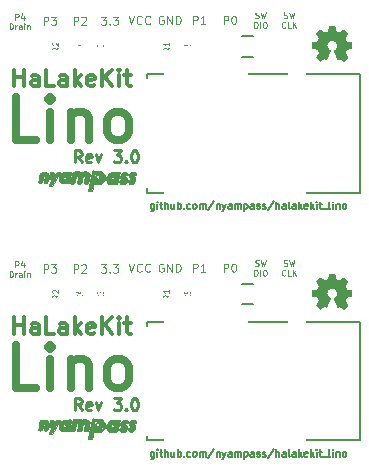
<source format=gto>
G04 #@! TF.FileFunction,Legend,Top*
%FSLAX46Y46*%
G04 Gerber Fmt 4.6, Leading zero omitted, Abs format (unit mm)*
G04 Created by KiCad (PCBNEW 4.0.2+dfsg1-stable) date 2017年01月10日 18時20分23秒*
%MOMM*%
G01*
G04 APERTURE LIST*
%ADD10C,0.100000*%
%ADD11C,0.125000*%
%ADD12C,0.250000*%
%ADD13C,0.300000*%
%ADD14C,0.150000*%
%ADD15C,0.700000*%
%ADD16C,0.010000*%
%ADD17R,1.150000X1.200000*%
%ADD18R,1.400000X2.200000*%
%ADD19R,0.900000X0.900000*%
%ADD20R,1.460000X1.050000*%
%ADD21R,0.900000X2.100000*%
%ADD22R,1.900000X0.900000*%
%ADD23R,2.100000X0.900000*%
%ADD24R,1.300000X0.900000*%
%ADD25O,2.100000X2.432000*%
%ADD26O,2.127200X2.432000*%
G04 APERTURE END LIST*
D10*
D11*
X165268329Y-75062781D02*
X165339758Y-75086590D01*
X165458805Y-75086590D01*
X165506424Y-75062781D01*
X165530234Y-75038971D01*
X165554043Y-74991352D01*
X165554043Y-74943733D01*
X165530234Y-74896114D01*
X165506424Y-74872305D01*
X165458805Y-74848495D01*
X165363567Y-74824686D01*
X165315948Y-74800876D01*
X165292139Y-74777067D01*
X165268329Y-74729448D01*
X165268329Y-74681829D01*
X165292139Y-74634210D01*
X165315948Y-74610400D01*
X165363567Y-74586590D01*
X165482615Y-74586590D01*
X165554043Y-74610400D01*
X165720710Y-74586590D02*
X165839757Y-75086590D01*
X165934995Y-74729448D01*
X166030233Y-75086590D01*
X166149281Y-74586590D01*
X165184996Y-75911590D02*
X165184996Y-75411590D01*
X165304043Y-75411590D01*
X165375472Y-75435400D01*
X165423091Y-75483019D01*
X165446900Y-75530638D01*
X165470710Y-75625876D01*
X165470710Y-75697305D01*
X165446900Y-75792543D01*
X165423091Y-75840162D01*
X165375472Y-75887781D01*
X165304043Y-75911590D01*
X165184996Y-75911590D01*
X165684996Y-75911590D02*
X165684996Y-75411590D01*
X166018329Y-75411590D02*
X166113567Y-75411590D01*
X166161186Y-75435400D01*
X166208805Y-75483019D01*
X166232614Y-75578257D01*
X166232614Y-75744924D01*
X166208805Y-75840162D01*
X166161186Y-75887781D01*
X166113567Y-75911590D01*
X166018329Y-75911590D01*
X165970710Y-75887781D01*
X165923091Y-75840162D01*
X165899281Y-75744924D01*
X165899281Y-75578257D01*
X165923091Y-75483019D01*
X165970710Y-75435400D01*
X166018329Y-75411590D01*
X167681329Y-75062781D02*
X167752758Y-75086590D01*
X167871805Y-75086590D01*
X167919424Y-75062781D01*
X167943234Y-75038971D01*
X167967043Y-74991352D01*
X167967043Y-74943733D01*
X167943234Y-74896114D01*
X167919424Y-74872305D01*
X167871805Y-74848495D01*
X167776567Y-74824686D01*
X167728948Y-74800876D01*
X167705139Y-74777067D01*
X167681329Y-74729448D01*
X167681329Y-74681829D01*
X167705139Y-74634210D01*
X167728948Y-74610400D01*
X167776567Y-74586590D01*
X167895615Y-74586590D01*
X167967043Y-74610400D01*
X168133710Y-74586590D02*
X168252757Y-75086590D01*
X168347995Y-74729448D01*
X168443233Y-75086590D01*
X168562281Y-74586590D01*
X167812281Y-75863971D02*
X167788471Y-75887781D01*
X167717043Y-75911590D01*
X167669424Y-75911590D01*
X167597995Y-75887781D01*
X167550376Y-75840162D01*
X167526567Y-75792543D01*
X167502757Y-75697305D01*
X167502757Y-75625876D01*
X167526567Y-75530638D01*
X167550376Y-75483019D01*
X167597995Y-75435400D01*
X167669424Y-75411590D01*
X167717043Y-75411590D01*
X167788471Y-75435400D01*
X167812281Y-75459210D01*
X168264662Y-75911590D02*
X168026567Y-75911590D01*
X168026567Y-75411590D01*
X168431329Y-75911590D02*
X168431329Y-75411590D01*
X168717043Y-75911590D02*
X168502757Y-75625876D01*
X168717043Y-75411590D02*
X168431329Y-75697305D01*
X154540067Y-74889567D02*
X154773400Y-75589567D01*
X155006733Y-74889567D01*
X155640067Y-75522900D02*
X155606733Y-75556233D01*
X155506733Y-75589567D01*
X155440067Y-75589567D01*
X155340067Y-75556233D01*
X155273400Y-75489567D01*
X155240067Y-75422900D01*
X155206733Y-75289567D01*
X155206733Y-75189567D01*
X155240067Y-75056233D01*
X155273400Y-74989567D01*
X155340067Y-74922900D01*
X155440067Y-74889567D01*
X155506733Y-74889567D01*
X155606733Y-74922900D01*
X155640067Y-74956233D01*
X156340067Y-75522900D02*
X156306733Y-75556233D01*
X156206733Y-75589567D01*
X156140067Y-75589567D01*
X156040067Y-75556233D01*
X155973400Y-75489567D01*
X155940067Y-75422900D01*
X155906733Y-75289567D01*
X155906733Y-75189567D01*
X155940067Y-75056233D01*
X155973400Y-74989567D01*
X156040067Y-74922900D01*
X156140067Y-74889567D01*
X156206733Y-74889567D01*
X156306733Y-74922900D01*
X156340067Y-74956233D01*
D12*
X150557172Y-87294981D02*
X150223838Y-86818790D01*
X149985743Y-87294981D02*
X149985743Y-86294981D01*
X150366696Y-86294981D01*
X150461934Y-86342600D01*
X150509553Y-86390219D01*
X150557172Y-86485457D01*
X150557172Y-86628314D01*
X150509553Y-86723552D01*
X150461934Y-86771171D01*
X150366696Y-86818790D01*
X149985743Y-86818790D01*
X151366696Y-87247362D02*
X151271458Y-87294981D01*
X151080981Y-87294981D01*
X150985743Y-87247362D01*
X150938124Y-87152124D01*
X150938124Y-86771171D01*
X150985743Y-86675933D01*
X151080981Y-86628314D01*
X151271458Y-86628314D01*
X151366696Y-86675933D01*
X151414315Y-86771171D01*
X151414315Y-86866410D01*
X150938124Y-86961648D01*
X151747648Y-86628314D02*
X151985743Y-87294981D01*
X152223839Y-86628314D01*
X153271458Y-86294981D02*
X153890506Y-86294981D01*
X153557172Y-86675933D01*
X153700030Y-86675933D01*
X153795268Y-86723552D01*
X153842887Y-86771171D01*
X153890506Y-86866410D01*
X153890506Y-87104505D01*
X153842887Y-87199743D01*
X153795268Y-87247362D01*
X153700030Y-87294981D01*
X153414315Y-87294981D01*
X153319077Y-87247362D01*
X153271458Y-87199743D01*
X154319077Y-87199743D02*
X154366696Y-87247362D01*
X154319077Y-87294981D01*
X154271458Y-87247362D01*
X154319077Y-87199743D01*
X154319077Y-87294981D01*
X154985743Y-86294981D02*
X155080982Y-86294981D01*
X155176220Y-86342600D01*
X155223839Y-86390219D01*
X155271458Y-86485457D01*
X155319077Y-86675933D01*
X155319077Y-86914029D01*
X155271458Y-87104505D01*
X155223839Y-87199743D01*
X155176220Y-87247362D01*
X155080982Y-87294981D01*
X154985743Y-87294981D01*
X154890505Y-87247362D01*
X154842886Y-87199743D01*
X154795267Y-87104505D01*
X154747648Y-86914029D01*
X154747648Y-86675933D01*
X154795267Y-86485457D01*
X154842886Y-86390219D01*
X154890505Y-86342600D01*
X154985743Y-86294981D01*
D13*
X144848866Y-80846533D02*
X144848866Y-79446533D01*
X144848866Y-80113200D02*
X145648866Y-80113200D01*
X145648866Y-80846533D02*
X145648866Y-79446533D01*
X146915533Y-80846533D02*
X146915533Y-80113200D01*
X146848867Y-79979867D01*
X146715533Y-79913200D01*
X146448867Y-79913200D01*
X146315533Y-79979867D01*
X146915533Y-80779867D02*
X146782200Y-80846533D01*
X146448867Y-80846533D01*
X146315533Y-80779867D01*
X146248867Y-80646533D01*
X146248867Y-80513200D01*
X146315533Y-80379867D01*
X146448867Y-80313200D01*
X146782200Y-80313200D01*
X146915533Y-80246533D01*
X148248867Y-80846533D02*
X147582200Y-80846533D01*
X147582200Y-79446533D01*
X149315533Y-80846533D02*
X149315533Y-80113200D01*
X149248867Y-79979867D01*
X149115533Y-79913200D01*
X148848867Y-79913200D01*
X148715533Y-79979867D01*
X149315533Y-80779867D02*
X149182200Y-80846533D01*
X148848867Y-80846533D01*
X148715533Y-80779867D01*
X148648867Y-80646533D01*
X148648867Y-80513200D01*
X148715533Y-80379867D01*
X148848867Y-80313200D01*
X149182200Y-80313200D01*
X149315533Y-80246533D01*
X149982200Y-80846533D02*
X149982200Y-79446533D01*
X150115534Y-80313200D02*
X150515534Y-80846533D01*
X150515534Y-79913200D02*
X149982200Y-80446533D01*
X151648867Y-80779867D02*
X151515533Y-80846533D01*
X151248867Y-80846533D01*
X151115533Y-80779867D01*
X151048867Y-80646533D01*
X151048867Y-80113200D01*
X151115533Y-79979867D01*
X151248867Y-79913200D01*
X151515533Y-79913200D01*
X151648867Y-79979867D01*
X151715533Y-80113200D01*
X151715533Y-80246533D01*
X151048867Y-80379867D01*
X152315533Y-80846533D02*
X152315533Y-79446533D01*
X153115533Y-80846533D02*
X152515533Y-80046533D01*
X153115533Y-79446533D02*
X152315533Y-80246533D01*
X153715533Y-80846533D02*
X153715533Y-79913200D01*
X153715533Y-79446533D02*
X153648867Y-79513200D01*
X153715533Y-79579867D01*
X153782200Y-79513200D01*
X153715533Y-79446533D01*
X153715533Y-79579867D01*
X154182200Y-79913200D02*
X154715534Y-79913200D01*
X154382200Y-79446533D02*
X154382200Y-80646533D01*
X154448867Y-80779867D01*
X154582200Y-80846533D01*
X154715534Y-80846533D01*
D11*
X157480067Y-74922900D02*
X157413401Y-74889567D01*
X157313401Y-74889567D01*
X157213401Y-74922900D01*
X157146734Y-74989567D01*
X157113401Y-75056233D01*
X157080067Y-75189567D01*
X157080067Y-75289567D01*
X157113401Y-75422900D01*
X157146734Y-75489567D01*
X157213401Y-75556233D01*
X157313401Y-75589567D01*
X157380067Y-75589567D01*
X157480067Y-75556233D01*
X157513401Y-75522900D01*
X157513401Y-75289567D01*
X157380067Y-75289567D01*
X157813401Y-75589567D02*
X157813401Y-74889567D01*
X158213401Y-75589567D01*
X158213401Y-74889567D01*
X158546734Y-75589567D02*
X158546734Y-74889567D01*
X158713400Y-74889567D01*
X158813400Y-74922900D01*
X158880067Y-74989567D01*
X158913400Y-75056233D01*
X158946734Y-75189567D01*
X158946734Y-75289567D01*
X158913400Y-75422900D01*
X158880067Y-75489567D01*
X158813400Y-75556233D01*
X158713400Y-75589567D01*
X158546734Y-75589567D01*
X162576734Y-75589567D02*
X162576734Y-74889567D01*
X162843400Y-74889567D01*
X162910067Y-74922900D01*
X162943400Y-74956233D01*
X162976734Y-75022900D01*
X162976734Y-75122900D01*
X162943400Y-75189567D01*
X162910067Y-75222900D01*
X162843400Y-75256233D01*
X162576734Y-75256233D01*
X163410067Y-74889567D02*
X163476734Y-74889567D01*
X163543400Y-74922900D01*
X163576734Y-74956233D01*
X163610067Y-75022900D01*
X163643400Y-75156233D01*
X163643400Y-75322900D01*
X163610067Y-75456233D01*
X163576734Y-75522900D01*
X163543400Y-75556233D01*
X163476734Y-75589567D01*
X163410067Y-75589567D01*
X163343400Y-75556233D01*
X163310067Y-75522900D01*
X163276734Y-75456233D01*
X163243400Y-75322900D01*
X163243400Y-75156233D01*
X163276734Y-75022900D01*
X163310067Y-74956233D01*
X163343400Y-74922900D01*
X163410067Y-74889567D01*
X149876734Y-75653067D02*
X149876734Y-74953067D01*
X150143400Y-74953067D01*
X150210067Y-74986400D01*
X150243400Y-75019733D01*
X150276734Y-75086400D01*
X150276734Y-75186400D01*
X150243400Y-75253067D01*
X150210067Y-75286400D01*
X150143400Y-75319733D01*
X149876734Y-75319733D01*
X150543400Y-75019733D02*
X150576734Y-74986400D01*
X150643400Y-74953067D01*
X150810067Y-74953067D01*
X150876734Y-74986400D01*
X150910067Y-75019733D01*
X150943400Y-75086400D01*
X150943400Y-75153067D01*
X150910067Y-75253067D01*
X150510067Y-75653067D01*
X150943400Y-75653067D01*
D14*
X156680902Y-90828829D02*
X156680902Y-91314543D01*
X156652331Y-91371686D01*
X156623759Y-91400257D01*
X156566616Y-91428829D01*
X156480902Y-91428829D01*
X156423759Y-91400257D01*
X156680902Y-91200257D02*
X156623759Y-91228829D01*
X156509473Y-91228829D01*
X156452331Y-91200257D01*
X156423759Y-91171686D01*
X156395188Y-91114543D01*
X156395188Y-90943114D01*
X156423759Y-90885971D01*
X156452331Y-90857400D01*
X156509473Y-90828829D01*
X156623759Y-90828829D01*
X156680902Y-90857400D01*
X156966616Y-91228829D02*
X156966616Y-90828829D01*
X156966616Y-90628829D02*
X156938045Y-90657400D01*
X156966616Y-90685971D01*
X156995188Y-90657400D01*
X156966616Y-90628829D01*
X156966616Y-90685971D01*
X157166616Y-90828829D02*
X157395187Y-90828829D01*
X157252330Y-90628829D02*
X157252330Y-91143114D01*
X157280902Y-91200257D01*
X157338044Y-91228829D01*
X157395187Y-91228829D01*
X157595187Y-91228829D02*
X157595187Y-90628829D01*
X157852330Y-91228829D02*
X157852330Y-90914543D01*
X157823759Y-90857400D01*
X157766616Y-90828829D01*
X157680901Y-90828829D01*
X157623759Y-90857400D01*
X157595187Y-90885971D01*
X158395187Y-90828829D02*
X158395187Y-91228829D01*
X158138044Y-90828829D02*
X158138044Y-91143114D01*
X158166616Y-91200257D01*
X158223758Y-91228829D01*
X158309473Y-91228829D01*
X158366616Y-91200257D01*
X158395187Y-91171686D01*
X158680901Y-91228829D02*
X158680901Y-90628829D01*
X158680901Y-90857400D02*
X158738044Y-90828829D01*
X158852330Y-90828829D01*
X158909473Y-90857400D01*
X158938044Y-90885971D01*
X158966615Y-90943114D01*
X158966615Y-91114543D01*
X158938044Y-91171686D01*
X158909473Y-91200257D01*
X158852330Y-91228829D01*
X158738044Y-91228829D01*
X158680901Y-91200257D01*
X159223758Y-91171686D02*
X159252330Y-91200257D01*
X159223758Y-91228829D01*
X159195187Y-91200257D01*
X159223758Y-91171686D01*
X159223758Y-91228829D01*
X159766615Y-91200257D02*
X159709472Y-91228829D01*
X159595186Y-91228829D01*
X159538044Y-91200257D01*
X159509472Y-91171686D01*
X159480901Y-91114543D01*
X159480901Y-90943114D01*
X159509472Y-90885971D01*
X159538044Y-90857400D01*
X159595186Y-90828829D01*
X159709472Y-90828829D01*
X159766615Y-90857400D01*
X160109472Y-91228829D02*
X160052330Y-91200257D01*
X160023758Y-91171686D01*
X159995187Y-91114543D01*
X159995187Y-90943114D01*
X160023758Y-90885971D01*
X160052330Y-90857400D01*
X160109472Y-90828829D01*
X160195187Y-90828829D01*
X160252330Y-90857400D01*
X160280901Y-90885971D01*
X160309472Y-90943114D01*
X160309472Y-91114543D01*
X160280901Y-91171686D01*
X160252330Y-91200257D01*
X160195187Y-91228829D01*
X160109472Y-91228829D01*
X160566615Y-91228829D02*
X160566615Y-90828829D01*
X160566615Y-90885971D02*
X160595187Y-90857400D01*
X160652329Y-90828829D01*
X160738044Y-90828829D01*
X160795187Y-90857400D01*
X160823758Y-90914543D01*
X160823758Y-91228829D01*
X160823758Y-90914543D02*
X160852329Y-90857400D01*
X160909472Y-90828829D01*
X160995187Y-90828829D01*
X161052329Y-90857400D01*
X161080901Y-90914543D01*
X161080901Y-91228829D01*
X161795187Y-90600257D02*
X161280901Y-91371686D01*
X161995186Y-90828829D02*
X161995186Y-91228829D01*
X161995186Y-90885971D02*
X162023758Y-90857400D01*
X162080900Y-90828829D01*
X162166615Y-90828829D01*
X162223758Y-90857400D01*
X162252329Y-90914543D01*
X162252329Y-91228829D01*
X162480900Y-90828829D02*
X162623757Y-91228829D01*
X162766615Y-90828829D02*
X162623757Y-91228829D01*
X162566615Y-91371686D01*
X162538043Y-91400257D01*
X162480900Y-91428829D01*
X163252329Y-91228829D02*
X163252329Y-90914543D01*
X163223758Y-90857400D01*
X163166615Y-90828829D01*
X163052329Y-90828829D01*
X162995186Y-90857400D01*
X163252329Y-91200257D02*
X163195186Y-91228829D01*
X163052329Y-91228829D01*
X162995186Y-91200257D01*
X162966615Y-91143114D01*
X162966615Y-91085971D01*
X162995186Y-91028829D01*
X163052329Y-91000257D01*
X163195186Y-91000257D01*
X163252329Y-90971686D01*
X163538043Y-91228829D02*
X163538043Y-90828829D01*
X163538043Y-90885971D02*
X163566615Y-90857400D01*
X163623757Y-90828829D01*
X163709472Y-90828829D01*
X163766615Y-90857400D01*
X163795186Y-90914543D01*
X163795186Y-91228829D01*
X163795186Y-90914543D02*
X163823757Y-90857400D01*
X163880900Y-90828829D01*
X163966615Y-90828829D01*
X164023757Y-90857400D01*
X164052329Y-90914543D01*
X164052329Y-91228829D01*
X164338043Y-90828829D02*
X164338043Y-91428829D01*
X164338043Y-90857400D02*
X164395186Y-90828829D01*
X164509472Y-90828829D01*
X164566615Y-90857400D01*
X164595186Y-90885971D01*
X164623757Y-90943114D01*
X164623757Y-91114543D01*
X164595186Y-91171686D01*
X164566615Y-91200257D01*
X164509472Y-91228829D01*
X164395186Y-91228829D01*
X164338043Y-91200257D01*
X165138043Y-91228829D02*
X165138043Y-90914543D01*
X165109472Y-90857400D01*
X165052329Y-90828829D01*
X164938043Y-90828829D01*
X164880900Y-90857400D01*
X165138043Y-91200257D02*
X165080900Y-91228829D01*
X164938043Y-91228829D01*
X164880900Y-91200257D01*
X164852329Y-91143114D01*
X164852329Y-91085971D01*
X164880900Y-91028829D01*
X164938043Y-91000257D01*
X165080900Y-91000257D01*
X165138043Y-90971686D01*
X165395186Y-91200257D02*
X165452329Y-91228829D01*
X165566614Y-91228829D01*
X165623757Y-91200257D01*
X165652329Y-91143114D01*
X165652329Y-91114543D01*
X165623757Y-91057400D01*
X165566614Y-91028829D01*
X165480900Y-91028829D01*
X165423757Y-91000257D01*
X165395186Y-90943114D01*
X165395186Y-90914543D01*
X165423757Y-90857400D01*
X165480900Y-90828829D01*
X165566614Y-90828829D01*
X165623757Y-90857400D01*
X165880900Y-91200257D02*
X165938043Y-91228829D01*
X166052328Y-91228829D01*
X166109471Y-91200257D01*
X166138043Y-91143114D01*
X166138043Y-91114543D01*
X166109471Y-91057400D01*
X166052328Y-91028829D01*
X165966614Y-91028829D01*
X165909471Y-91000257D01*
X165880900Y-90943114D01*
X165880900Y-90914543D01*
X165909471Y-90857400D01*
X165966614Y-90828829D01*
X166052328Y-90828829D01*
X166109471Y-90857400D01*
X166823757Y-90600257D02*
X166309471Y-91371686D01*
X167023756Y-91228829D02*
X167023756Y-90628829D01*
X167280899Y-91228829D02*
X167280899Y-90914543D01*
X167252328Y-90857400D01*
X167195185Y-90828829D01*
X167109470Y-90828829D01*
X167052328Y-90857400D01*
X167023756Y-90885971D01*
X167823756Y-91228829D02*
X167823756Y-90914543D01*
X167795185Y-90857400D01*
X167738042Y-90828829D01*
X167623756Y-90828829D01*
X167566613Y-90857400D01*
X167823756Y-91200257D02*
X167766613Y-91228829D01*
X167623756Y-91228829D01*
X167566613Y-91200257D01*
X167538042Y-91143114D01*
X167538042Y-91085971D01*
X167566613Y-91028829D01*
X167623756Y-91000257D01*
X167766613Y-91000257D01*
X167823756Y-90971686D01*
X168195184Y-91228829D02*
X168138042Y-91200257D01*
X168109470Y-91143114D01*
X168109470Y-90628829D01*
X168680899Y-91228829D02*
X168680899Y-90914543D01*
X168652328Y-90857400D01*
X168595185Y-90828829D01*
X168480899Y-90828829D01*
X168423756Y-90857400D01*
X168680899Y-91200257D02*
X168623756Y-91228829D01*
X168480899Y-91228829D01*
X168423756Y-91200257D01*
X168395185Y-91143114D01*
X168395185Y-91085971D01*
X168423756Y-91028829D01*
X168480899Y-91000257D01*
X168623756Y-91000257D01*
X168680899Y-90971686D01*
X168966613Y-91228829D02*
X168966613Y-90628829D01*
X169023756Y-91000257D02*
X169195185Y-91228829D01*
X169195185Y-90828829D02*
X168966613Y-91057400D01*
X169680899Y-91200257D02*
X169623756Y-91228829D01*
X169509470Y-91228829D01*
X169452327Y-91200257D01*
X169423756Y-91143114D01*
X169423756Y-90914543D01*
X169452327Y-90857400D01*
X169509470Y-90828829D01*
X169623756Y-90828829D01*
X169680899Y-90857400D01*
X169709470Y-90914543D01*
X169709470Y-90971686D01*
X169423756Y-91028829D01*
X169966613Y-91228829D02*
X169966613Y-90628829D01*
X170023756Y-91000257D02*
X170195185Y-91228829D01*
X170195185Y-90828829D02*
X169966613Y-91057400D01*
X170452327Y-91228829D02*
X170452327Y-90828829D01*
X170452327Y-90628829D02*
X170423756Y-90657400D01*
X170452327Y-90685971D01*
X170480899Y-90657400D01*
X170452327Y-90628829D01*
X170452327Y-90685971D01*
X170652327Y-90828829D02*
X170880898Y-90828829D01*
X170738041Y-90628829D02*
X170738041Y-91143114D01*
X170766613Y-91200257D01*
X170823755Y-91228829D01*
X170880898Y-91228829D01*
X170938041Y-91285971D02*
X171395184Y-91285971D01*
X171623755Y-91228829D02*
X171566613Y-91200257D01*
X171538041Y-91143114D01*
X171538041Y-90628829D01*
X171852327Y-91228829D02*
X171852327Y-90828829D01*
X171852327Y-90628829D02*
X171823756Y-90657400D01*
X171852327Y-90685971D01*
X171880899Y-90657400D01*
X171852327Y-90628829D01*
X171852327Y-90685971D01*
X172138041Y-90828829D02*
X172138041Y-91228829D01*
X172138041Y-90885971D02*
X172166613Y-90857400D01*
X172223755Y-90828829D01*
X172309470Y-90828829D01*
X172366613Y-90857400D01*
X172395184Y-90914543D01*
X172395184Y-91228829D01*
X172766612Y-91228829D02*
X172709470Y-91200257D01*
X172680898Y-91171686D01*
X172652327Y-91114543D01*
X172652327Y-90943114D01*
X172680898Y-90885971D01*
X172709470Y-90857400D01*
X172766612Y-90828829D01*
X172852327Y-90828829D01*
X172909470Y-90857400D01*
X172938041Y-90885971D01*
X172966612Y-90943114D01*
X172966612Y-91114543D01*
X172938041Y-91171686D01*
X172909470Y-91200257D01*
X172852327Y-91228829D01*
X172766612Y-91228829D01*
D11*
X144944353Y-75213590D02*
X144944353Y-74713590D01*
X145134829Y-74713590D01*
X145182448Y-74737400D01*
X145206257Y-74761210D01*
X145230067Y-74808829D01*
X145230067Y-74880257D01*
X145206257Y-74927876D01*
X145182448Y-74951686D01*
X145134829Y-74975495D01*
X144944353Y-74975495D01*
X145658638Y-74880257D02*
X145658638Y-75213590D01*
X145539591Y-74689781D02*
X145420543Y-75046924D01*
X145730067Y-75046924D01*
X144456258Y-76038590D02*
X144456258Y-75538590D01*
X144575305Y-75538590D01*
X144646734Y-75562400D01*
X144694353Y-75610019D01*
X144718162Y-75657638D01*
X144741972Y-75752876D01*
X144741972Y-75824305D01*
X144718162Y-75919543D01*
X144694353Y-75967162D01*
X144646734Y-76014781D01*
X144575305Y-76038590D01*
X144456258Y-76038590D01*
X144956258Y-76038590D02*
X144956258Y-75705257D01*
X144956258Y-75800495D02*
X144980067Y-75752876D01*
X145003877Y-75729067D01*
X145051496Y-75705257D01*
X145099115Y-75705257D01*
X145480067Y-76038590D02*
X145480067Y-75776686D01*
X145456258Y-75729067D01*
X145408639Y-75705257D01*
X145313401Y-75705257D01*
X145265782Y-75729067D01*
X145480067Y-76014781D02*
X145432448Y-76038590D01*
X145313401Y-76038590D01*
X145265782Y-76014781D01*
X145241972Y-75967162D01*
X145241972Y-75919543D01*
X145265782Y-75871924D01*
X145313401Y-75848114D01*
X145432448Y-75848114D01*
X145480067Y-75824305D01*
X145718163Y-76038590D02*
X145718163Y-75705257D01*
X145718163Y-75538590D02*
X145694353Y-75562400D01*
X145718163Y-75586210D01*
X145741972Y-75562400D01*
X145718163Y-75538590D01*
X145718163Y-75586210D01*
X145956258Y-75705257D02*
X145956258Y-76038590D01*
X145956258Y-75752876D02*
X145980067Y-75729067D01*
X146027686Y-75705257D01*
X146099115Y-75705257D01*
X146146734Y-75729067D01*
X146170543Y-75776686D01*
X146170543Y-76038590D01*
X159973234Y-75589567D02*
X159973234Y-74889567D01*
X160239900Y-74889567D01*
X160306567Y-74922900D01*
X160339900Y-74956233D01*
X160373234Y-75022900D01*
X160373234Y-75122900D01*
X160339900Y-75189567D01*
X160306567Y-75222900D01*
X160239900Y-75256233D01*
X159973234Y-75256233D01*
X161039900Y-75589567D02*
X160639900Y-75589567D01*
X160839900Y-75589567D02*
X160839900Y-74889567D01*
X160773234Y-74989567D01*
X160706567Y-75056233D01*
X160639900Y-75089567D01*
X147336734Y-75653067D02*
X147336734Y-74953067D01*
X147603400Y-74953067D01*
X147670067Y-74986400D01*
X147703400Y-75019733D01*
X147736734Y-75086400D01*
X147736734Y-75186400D01*
X147703400Y-75253067D01*
X147670067Y-75286400D01*
X147603400Y-75319733D01*
X147336734Y-75319733D01*
X147970067Y-74953067D02*
X148403400Y-74953067D01*
X148170067Y-75219733D01*
X148270067Y-75219733D01*
X148336734Y-75253067D01*
X148370067Y-75286400D01*
X148403400Y-75353067D01*
X148403400Y-75519733D01*
X148370067Y-75586400D01*
X148336734Y-75619733D01*
X148270067Y-75653067D01*
X148070067Y-75653067D01*
X148003400Y-75619733D01*
X147970067Y-75586400D01*
X152200067Y-74953067D02*
X152633400Y-74953067D01*
X152400067Y-75219733D01*
X152500067Y-75219733D01*
X152566734Y-75253067D01*
X152600067Y-75286400D01*
X152633400Y-75353067D01*
X152633400Y-75519733D01*
X152600067Y-75586400D01*
X152566734Y-75619733D01*
X152500067Y-75653067D01*
X152300067Y-75653067D01*
X152233400Y-75619733D01*
X152200067Y-75586400D01*
X152933401Y-75586400D02*
X152966734Y-75619733D01*
X152933401Y-75653067D01*
X152900067Y-75619733D01*
X152933401Y-75586400D01*
X152933401Y-75653067D01*
X153200067Y-74953067D02*
X153633400Y-74953067D01*
X153400067Y-75219733D01*
X153500067Y-75219733D01*
X153566734Y-75253067D01*
X153600067Y-75286400D01*
X153633400Y-75353067D01*
X153633400Y-75519733D01*
X153600067Y-75586400D01*
X153566734Y-75619733D01*
X153500067Y-75653067D01*
X153300067Y-75653067D01*
X153233400Y-75619733D01*
X153200067Y-75586400D01*
D15*
X146707600Y-85397771D02*
X144993314Y-85397771D01*
X144993314Y-81797771D01*
X147907600Y-85397771D02*
X147907600Y-82997771D01*
X147907600Y-81797771D02*
X147736171Y-81969200D01*
X147907600Y-82140629D01*
X148079028Y-81969200D01*
X147907600Y-81797771D01*
X147907600Y-82140629D01*
X149621886Y-82997771D02*
X149621886Y-85397771D01*
X149621886Y-83340629D02*
X149793314Y-83169200D01*
X150136172Y-82997771D01*
X150650457Y-82997771D01*
X150993314Y-83169200D01*
X151164743Y-83512057D01*
X151164743Y-85397771D01*
X153393315Y-85397771D02*
X153050457Y-85226343D01*
X152879029Y-85054914D01*
X152707600Y-84712057D01*
X152707600Y-83683486D01*
X152879029Y-83340629D01*
X153050457Y-83169200D01*
X153393315Y-82997771D01*
X153907600Y-82997771D01*
X154250457Y-83169200D01*
X154421886Y-83340629D01*
X154593315Y-83683486D01*
X154593315Y-84712057D01*
X154421886Y-85054914D01*
X154250457Y-85226343D01*
X153907600Y-85397771D01*
X153393315Y-85397771D01*
X146707600Y-106378171D02*
X144993314Y-106378171D01*
X144993314Y-102778171D01*
X147907600Y-106378171D02*
X147907600Y-103978171D01*
X147907600Y-102778171D02*
X147736171Y-102949600D01*
X147907600Y-103121029D01*
X148079028Y-102949600D01*
X147907600Y-102778171D01*
X147907600Y-103121029D01*
X149621886Y-103978171D02*
X149621886Y-106378171D01*
X149621886Y-104321029D02*
X149793314Y-104149600D01*
X150136172Y-103978171D01*
X150650457Y-103978171D01*
X150993314Y-104149600D01*
X151164743Y-104492457D01*
X151164743Y-106378171D01*
X153393315Y-106378171D02*
X153050457Y-106206743D01*
X152879029Y-106035314D01*
X152707600Y-105692457D01*
X152707600Y-104663886D01*
X152879029Y-104321029D01*
X153050457Y-104149600D01*
X153393315Y-103978171D01*
X153907600Y-103978171D01*
X154250457Y-104149600D01*
X154421886Y-104321029D01*
X154593315Y-104663886D01*
X154593315Y-105692457D01*
X154421886Y-106035314D01*
X154250457Y-106206743D01*
X153907600Y-106378171D01*
X153393315Y-106378171D01*
D11*
X152200067Y-95933467D02*
X152633400Y-95933467D01*
X152400067Y-96200133D01*
X152500067Y-96200133D01*
X152566734Y-96233467D01*
X152600067Y-96266800D01*
X152633400Y-96333467D01*
X152633400Y-96500133D01*
X152600067Y-96566800D01*
X152566734Y-96600133D01*
X152500067Y-96633467D01*
X152300067Y-96633467D01*
X152233400Y-96600133D01*
X152200067Y-96566800D01*
X152933401Y-96566800D02*
X152966734Y-96600133D01*
X152933401Y-96633467D01*
X152900067Y-96600133D01*
X152933401Y-96566800D01*
X152933401Y-96633467D01*
X153200067Y-95933467D02*
X153633400Y-95933467D01*
X153400067Y-96200133D01*
X153500067Y-96200133D01*
X153566734Y-96233467D01*
X153600067Y-96266800D01*
X153633400Y-96333467D01*
X153633400Y-96500133D01*
X153600067Y-96566800D01*
X153566734Y-96600133D01*
X153500067Y-96633467D01*
X153300067Y-96633467D01*
X153233400Y-96600133D01*
X153200067Y-96566800D01*
X147336734Y-96633467D02*
X147336734Y-95933467D01*
X147603400Y-95933467D01*
X147670067Y-95966800D01*
X147703400Y-96000133D01*
X147736734Y-96066800D01*
X147736734Y-96166800D01*
X147703400Y-96233467D01*
X147670067Y-96266800D01*
X147603400Y-96300133D01*
X147336734Y-96300133D01*
X147970067Y-95933467D02*
X148403400Y-95933467D01*
X148170067Y-96200133D01*
X148270067Y-96200133D01*
X148336734Y-96233467D01*
X148370067Y-96266800D01*
X148403400Y-96333467D01*
X148403400Y-96500133D01*
X148370067Y-96566800D01*
X148336734Y-96600133D01*
X148270067Y-96633467D01*
X148070067Y-96633467D01*
X148003400Y-96600133D01*
X147970067Y-96566800D01*
X159973234Y-96569967D02*
X159973234Y-95869967D01*
X160239900Y-95869967D01*
X160306567Y-95903300D01*
X160339900Y-95936633D01*
X160373234Y-96003300D01*
X160373234Y-96103300D01*
X160339900Y-96169967D01*
X160306567Y-96203300D01*
X160239900Y-96236633D01*
X159973234Y-96236633D01*
X161039900Y-96569967D02*
X160639900Y-96569967D01*
X160839900Y-96569967D02*
X160839900Y-95869967D01*
X160773234Y-95969967D01*
X160706567Y-96036633D01*
X160639900Y-96069967D01*
X144944353Y-96193990D02*
X144944353Y-95693990D01*
X145134829Y-95693990D01*
X145182448Y-95717800D01*
X145206257Y-95741610D01*
X145230067Y-95789229D01*
X145230067Y-95860657D01*
X145206257Y-95908276D01*
X145182448Y-95932086D01*
X145134829Y-95955895D01*
X144944353Y-95955895D01*
X145658638Y-95860657D02*
X145658638Y-96193990D01*
X145539591Y-95670181D02*
X145420543Y-96027324D01*
X145730067Y-96027324D01*
X144456258Y-97018990D02*
X144456258Y-96518990D01*
X144575305Y-96518990D01*
X144646734Y-96542800D01*
X144694353Y-96590419D01*
X144718162Y-96638038D01*
X144741972Y-96733276D01*
X144741972Y-96804705D01*
X144718162Y-96899943D01*
X144694353Y-96947562D01*
X144646734Y-96995181D01*
X144575305Y-97018990D01*
X144456258Y-97018990D01*
X144956258Y-97018990D02*
X144956258Y-96685657D01*
X144956258Y-96780895D02*
X144980067Y-96733276D01*
X145003877Y-96709467D01*
X145051496Y-96685657D01*
X145099115Y-96685657D01*
X145480067Y-97018990D02*
X145480067Y-96757086D01*
X145456258Y-96709467D01*
X145408639Y-96685657D01*
X145313401Y-96685657D01*
X145265782Y-96709467D01*
X145480067Y-96995181D02*
X145432448Y-97018990D01*
X145313401Y-97018990D01*
X145265782Y-96995181D01*
X145241972Y-96947562D01*
X145241972Y-96899943D01*
X145265782Y-96852324D01*
X145313401Y-96828514D01*
X145432448Y-96828514D01*
X145480067Y-96804705D01*
X145718163Y-97018990D02*
X145718163Y-96685657D01*
X145718163Y-96518990D02*
X145694353Y-96542800D01*
X145718163Y-96566610D01*
X145741972Y-96542800D01*
X145718163Y-96518990D01*
X145718163Y-96566610D01*
X145956258Y-96685657D02*
X145956258Y-97018990D01*
X145956258Y-96733276D02*
X145980067Y-96709467D01*
X146027686Y-96685657D01*
X146099115Y-96685657D01*
X146146734Y-96709467D01*
X146170543Y-96757086D01*
X146170543Y-97018990D01*
D14*
X156680902Y-111809229D02*
X156680902Y-112294943D01*
X156652331Y-112352086D01*
X156623759Y-112380657D01*
X156566616Y-112409229D01*
X156480902Y-112409229D01*
X156423759Y-112380657D01*
X156680902Y-112180657D02*
X156623759Y-112209229D01*
X156509473Y-112209229D01*
X156452331Y-112180657D01*
X156423759Y-112152086D01*
X156395188Y-112094943D01*
X156395188Y-111923514D01*
X156423759Y-111866371D01*
X156452331Y-111837800D01*
X156509473Y-111809229D01*
X156623759Y-111809229D01*
X156680902Y-111837800D01*
X156966616Y-112209229D02*
X156966616Y-111809229D01*
X156966616Y-111609229D02*
X156938045Y-111637800D01*
X156966616Y-111666371D01*
X156995188Y-111637800D01*
X156966616Y-111609229D01*
X156966616Y-111666371D01*
X157166616Y-111809229D02*
X157395187Y-111809229D01*
X157252330Y-111609229D02*
X157252330Y-112123514D01*
X157280902Y-112180657D01*
X157338044Y-112209229D01*
X157395187Y-112209229D01*
X157595187Y-112209229D02*
X157595187Y-111609229D01*
X157852330Y-112209229D02*
X157852330Y-111894943D01*
X157823759Y-111837800D01*
X157766616Y-111809229D01*
X157680901Y-111809229D01*
X157623759Y-111837800D01*
X157595187Y-111866371D01*
X158395187Y-111809229D02*
X158395187Y-112209229D01*
X158138044Y-111809229D02*
X158138044Y-112123514D01*
X158166616Y-112180657D01*
X158223758Y-112209229D01*
X158309473Y-112209229D01*
X158366616Y-112180657D01*
X158395187Y-112152086D01*
X158680901Y-112209229D02*
X158680901Y-111609229D01*
X158680901Y-111837800D02*
X158738044Y-111809229D01*
X158852330Y-111809229D01*
X158909473Y-111837800D01*
X158938044Y-111866371D01*
X158966615Y-111923514D01*
X158966615Y-112094943D01*
X158938044Y-112152086D01*
X158909473Y-112180657D01*
X158852330Y-112209229D01*
X158738044Y-112209229D01*
X158680901Y-112180657D01*
X159223758Y-112152086D02*
X159252330Y-112180657D01*
X159223758Y-112209229D01*
X159195187Y-112180657D01*
X159223758Y-112152086D01*
X159223758Y-112209229D01*
X159766615Y-112180657D02*
X159709472Y-112209229D01*
X159595186Y-112209229D01*
X159538044Y-112180657D01*
X159509472Y-112152086D01*
X159480901Y-112094943D01*
X159480901Y-111923514D01*
X159509472Y-111866371D01*
X159538044Y-111837800D01*
X159595186Y-111809229D01*
X159709472Y-111809229D01*
X159766615Y-111837800D01*
X160109472Y-112209229D02*
X160052330Y-112180657D01*
X160023758Y-112152086D01*
X159995187Y-112094943D01*
X159995187Y-111923514D01*
X160023758Y-111866371D01*
X160052330Y-111837800D01*
X160109472Y-111809229D01*
X160195187Y-111809229D01*
X160252330Y-111837800D01*
X160280901Y-111866371D01*
X160309472Y-111923514D01*
X160309472Y-112094943D01*
X160280901Y-112152086D01*
X160252330Y-112180657D01*
X160195187Y-112209229D01*
X160109472Y-112209229D01*
X160566615Y-112209229D02*
X160566615Y-111809229D01*
X160566615Y-111866371D02*
X160595187Y-111837800D01*
X160652329Y-111809229D01*
X160738044Y-111809229D01*
X160795187Y-111837800D01*
X160823758Y-111894943D01*
X160823758Y-112209229D01*
X160823758Y-111894943D02*
X160852329Y-111837800D01*
X160909472Y-111809229D01*
X160995187Y-111809229D01*
X161052329Y-111837800D01*
X161080901Y-111894943D01*
X161080901Y-112209229D01*
X161795187Y-111580657D02*
X161280901Y-112352086D01*
X161995186Y-111809229D02*
X161995186Y-112209229D01*
X161995186Y-111866371D02*
X162023758Y-111837800D01*
X162080900Y-111809229D01*
X162166615Y-111809229D01*
X162223758Y-111837800D01*
X162252329Y-111894943D01*
X162252329Y-112209229D01*
X162480900Y-111809229D02*
X162623757Y-112209229D01*
X162766615Y-111809229D02*
X162623757Y-112209229D01*
X162566615Y-112352086D01*
X162538043Y-112380657D01*
X162480900Y-112409229D01*
X163252329Y-112209229D02*
X163252329Y-111894943D01*
X163223758Y-111837800D01*
X163166615Y-111809229D01*
X163052329Y-111809229D01*
X162995186Y-111837800D01*
X163252329Y-112180657D02*
X163195186Y-112209229D01*
X163052329Y-112209229D01*
X162995186Y-112180657D01*
X162966615Y-112123514D01*
X162966615Y-112066371D01*
X162995186Y-112009229D01*
X163052329Y-111980657D01*
X163195186Y-111980657D01*
X163252329Y-111952086D01*
X163538043Y-112209229D02*
X163538043Y-111809229D01*
X163538043Y-111866371D02*
X163566615Y-111837800D01*
X163623757Y-111809229D01*
X163709472Y-111809229D01*
X163766615Y-111837800D01*
X163795186Y-111894943D01*
X163795186Y-112209229D01*
X163795186Y-111894943D02*
X163823757Y-111837800D01*
X163880900Y-111809229D01*
X163966615Y-111809229D01*
X164023757Y-111837800D01*
X164052329Y-111894943D01*
X164052329Y-112209229D01*
X164338043Y-111809229D02*
X164338043Y-112409229D01*
X164338043Y-111837800D02*
X164395186Y-111809229D01*
X164509472Y-111809229D01*
X164566615Y-111837800D01*
X164595186Y-111866371D01*
X164623757Y-111923514D01*
X164623757Y-112094943D01*
X164595186Y-112152086D01*
X164566615Y-112180657D01*
X164509472Y-112209229D01*
X164395186Y-112209229D01*
X164338043Y-112180657D01*
X165138043Y-112209229D02*
X165138043Y-111894943D01*
X165109472Y-111837800D01*
X165052329Y-111809229D01*
X164938043Y-111809229D01*
X164880900Y-111837800D01*
X165138043Y-112180657D02*
X165080900Y-112209229D01*
X164938043Y-112209229D01*
X164880900Y-112180657D01*
X164852329Y-112123514D01*
X164852329Y-112066371D01*
X164880900Y-112009229D01*
X164938043Y-111980657D01*
X165080900Y-111980657D01*
X165138043Y-111952086D01*
X165395186Y-112180657D02*
X165452329Y-112209229D01*
X165566614Y-112209229D01*
X165623757Y-112180657D01*
X165652329Y-112123514D01*
X165652329Y-112094943D01*
X165623757Y-112037800D01*
X165566614Y-112009229D01*
X165480900Y-112009229D01*
X165423757Y-111980657D01*
X165395186Y-111923514D01*
X165395186Y-111894943D01*
X165423757Y-111837800D01*
X165480900Y-111809229D01*
X165566614Y-111809229D01*
X165623757Y-111837800D01*
X165880900Y-112180657D02*
X165938043Y-112209229D01*
X166052328Y-112209229D01*
X166109471Y-112180657D01*
X166138043Y-112123514D01*
X166138043Y-112094943D01*
X166109471Y-112037800D01*
X166052328Y-112009229D01*
X165966614Y-112009229D01*
X165909471Y-111980657D01*
X165880900Y-111923514D01*
X165880900Y-111894943D01*
X165909471Y-111837800D01*
X165966614Y-111809229D01*
X166052328Y-111809229D01*
X166109471Y-111837800D01*
X166823757Y-111580657D02*
X166309471Y-112352086D01*
X167023756Y-112209229D02*
X167023756Y-111609229D01*
X167280899Y-112209229D02*
X167280899Y-111894943D01*
X167252328Y-111837800D01*
X167195185Y-111809229D01*
X167109470Y-111809229D01*
X167052328Y-111837800D01*
X167023756Y-111866371D01*
X167823756Y-112209229D02*
X167823756Y-111894943D01*
X167795185Y-111837800D01*
X167738042Y-111809229D01*
X167623756Y-111809229D01*
X167566613Y-111837800D01*
X167823756Y-112180657D02*
X167766613Y-112209229D01*
X167623756Y-112209229D01*
X167566613Y-112180657D01*
X167538042Y-112123514D01*
X167538042Y-112066371D01*
X167566613Y-112009229D01*
X167623756Y-111980657D01*
X167766613Y-111980657D01*
X167823756Y-111952086D01*
X168195184Y-112209229D02*
X168138042Y-112180657D01*
X168109470Y-112123514D01*
X168109470Y-111609229D01*
X168680899Y-112209229D02*
X168680899Y-111894943D01*
X168652328Y-111837800D01*
X168595185Y-111809229D01*
X168480899Y-111809229D01*
X168423756Y-111837800D01*
X168680899Y-112180657D02*
X168623756Y-112209229D01*
X168480899Y-112209229D01*
X168423756Y-112180657D01*
X168395185Y-112123514D01*
X168395185Y-112066371D01*
X168423756Y-112009229D01*
X168480899Y-111980657D01*
X168623756Y-111980657D01*
X168680899Y-111952086D01*
X168966613Y-112209229D02*
X168966613Y-111609229D01*
X169023756Y-111980657D02*
X169195185Y-112209229D01*
X169195185Y-111809229D02*
X168966613Y-112037800D01*
X169680899Y-112180657D02*
X169623756Y-112209229D01*
X169509470Y-112209229D01*
X169452327Y-112180657D01*
X169423756Y-112123514D01*
X169423756Y-111894943D01*
X169452327Y-111837800D01*
X169509470Y-111809229D01*
X169623756Y-111809229D01*
X169680899Y-111837800D01*
X169709470Y-111894943D01*
X169709470Y-111952086D01*
X169423756Y-112009229D01*
X169966613Y-112209229D02*
X169966613Y-111609229D01*
X170023756Y-111980657D02*
X170195185Y-112209229D01*
X170195185Y-111809229D02*
X169966613Y-112037800D01*
X170452327Y-112209229D02*
X170452327Y-111809229D01*
X170452327Y-111609229D02*
X170423756Y-111637800D01*
X170452327Y-111666371D01*
X170480899Y-111637800D01*
X170452327Y-111609229D01*
X170452327Y-111666371D01*
X170652327Y-111809229D02*
X170880898Y-111809229D01*
X170738041Y-111609229D02*
X170738041Y-112123514D01*
X170766613Y-112180657D01*
X170823755Y-112209229D01*
X170880898Y-112209229D01*
X170938041Y-112266371D02*
X171395184Y-112266371D01*
X171623755Y-112209229D02*
X171566613Y-112180657D01*
X171538041Y-112123514D01*
X171538041Y-111609229D01*
X171852327Y-112209229D02*
X171852327Y-111809229D01*
X171852327Y-111609229D02*
X171823756Y-111637800D01*
X171852327Y-111666371D01*
X171880899Y-111637800D01*
X171852327Y-111609229D01*
X171852327Y-111666371D01*
X172138041Y-111809229D02*
X172138041Y-112209229D01*
X172138041Y-111866371D02*
X172166613Y-111837800D01*
X172223755Y-111809229D01*
X172309470Y-111809229D01*
X172366613Y-111837800D01*
X172395184Y-111894943D01*
X172395184Y-112209229D01*
X172766612Y-112209229D02*
X172709470Y-112180657D01*
X172680898Y-112152086D01*
X172652327Y-112094943D01*
X172652327Y-111923514D01*
X172680898Y-111866371D01*
X172709470Y-111837800D01*
X172766612Y-111809229D01*
X172852327Y-111809229D01*
X172909470Y-111837800D01*
X172938041Y-111866371D01*
X172966612Y-111923514D01*
X172966612Y-112094943D01*
X172938041Y-112152086D01*
X172909470Y-112180657D01*
X172852327Y-112209229D01*
X172766612Y-112209229D01*
D11*
X149876734Y-96633467D02*
X149876734Y-95933467D01*
X150143400Y-95933467D01*
X150210067Y-95966800D01*
X150243400Y-96000133D01*
X150276734Y-96066800D01*
X150276734Y-96166800D01*
X150243400Y-96233467D01*
X150210067Y-96266800D01*
X150143400Y-96300133D01*
X149876734Y-96300133D01*
X150543400Y-96000133D02*
X150576734Y-95966800D01*
X150643400Y-95933467D01*
X150810067Y-95933467D01*
X150876734Y-95966800D01*
X150910067Y-96000133D01*
X150943400Y-96066800D01*
X150943400Y-96133467D01*
X150910067Y-96233467D01*
X150510067Y-96633467D01*
X150943400Y-96633467D01*
X162576734Y-96569967D02*
X162576734Y-95869967D01*
X162843400Y-95869967D01*
X162910067Y-95903300D01*
X162943400Y-95936633D01*
X162976734Y-96003300D01*
X162976734Y-96103300D01*
X162943400Y-96169967D01*
X162910067Y-96203300D01*
X162843400Y-96236633D01*
X162576734Y-96236633D01*
X163410067Y-95869967D02*
X163476734Y-95869967D01*
X163543400Y-95903300D01*
X163576734Y-95936633D01*
X163610067Y-96003300D01*
X163643400Y-96136633D01*
X163643400Y-96303300D01*
X163610067Y-96436633D01*
X163576734Y-96503300D01*
X163543400Y-96536633D01*
X163476734Y-96569967D01*
X163410067Y-96569967D01*
X163343400Y-96536633D01*
X163310067Y-96503300D01*
X163276734Y-96436633D01*
X163243400Y-96303300D01*
X163243400Y-96136633D01*
X163276734Y-96003300D01*
X163310067Y-95936633D01*
X163343400Y-95903300D01*
X163410067Y-95869967D01*
X157480067Y-95903300D02*
X157413401Y-95869967D01*
X157313401Y-95869967D01*
X157213401Y-95903300D01*
X157146734Y-95969967D01*
X157113401Y-96036633D01*
X157080067Y-96169967D01*
X157080067Y-96269967D01*
X157113401Y-96403300D01*
X157146734Y-96469967D01*
X157213401Y-96536633D01*
X157313401Y-96569967D01*
X157380067Y-96569967D01*
X157480067Y-96536633D01*
X157513401Y-96503300D01*
X157513401Y-96269967D01*
X157380067Y-96269967D01*
X157813401Y-96569967D02*
X157813401Y-95869967D01*
X158213401Y-96569967D01*
X158213401Y-95869967D01*
X158546734Y-96569967D02*
X158546734Y-95869967D01*
X158713400Y-95869967D01*
X158813400Y-95903300D01*
X158880067Y-95969967D01*
X158913400Y-96036633D01*
X158946734Y-96169967D01*
X158946734Y-96269967D01*
X158913400Y-96403300D01*
X158880067Y-96469967D01*
X158813400Y-96536633D01*
X158713400Y-96569967D01*
X158546734Y-96569967D01*
D13*
X144848866Y-101826933D02*
X144848866Y-100426933D01*
X144848866Y-101093600D02*
X145648866Y-101093600D01*
X145648866Y-101826933D02*
X145648866Y-100426933D01*
X146915533Y-101826933D02*
X146915533Y-101093600D01*
X146848867Y-100960267D01*
X146715533Y-100893600D01*
X146448867Y-100893600D01*
X146315533Y-100960267D01*
X146915533Y-101760267D02*
X146782200Y-101826933D01*
X146448867Y-101826933D01*
X146315533Y-101760267D01*
X146248867Y-101626933D01*
X146248867Y-101493600D01*
X146315533Y-101360267D01*
X146448867Y-101293600D01*
X146782200Y-101293600D01*
X146915533Y-101226933D01*
X148248867Y-101826933D02*
X147582200Y-101826933D01*
X147582200Y-100426933D01*
X149315533Y-101826933D02*
X149315533Y-101093600D01*
X149248867Y-100960267D01*
X149115533Y-100893600D01*
X148848867Y-100893600D01*
X148715533Y-100960267D01*
X149315533Y-101760267D02*
X149182200Y-101826933D01*
X148848867Y-101826933D01*
X148715533Y-101760267D01*
X148648867Y-101626933D01*
X148648867Y-101493600D01*
X148715533Y-101360267D01*
X148848867Y-101293600D01*
X149182200Y-101293600D01*
X149315533Y-101226933D01*
X149982200Y-101826933D02*
X149982200Y-100426933D01*
X150115534Y-101293600D02*
X150515534Y-101826933D01*
X150515534Y-100893600D02*
X149982200Y-101426933D01*
X151648867Y-101760267D02*
X151515533Y-101826933D01*
X151248867Y-101826933D01*
X151115533Y-101760267D01*
X151048867Y-101626933D01*
X151048867Y-101093600D01*
X151115533Y-100960267D01*
X151248867Y-100893600D01*
X151515533Y-100893600D01*
X151648867Y-100960267D01*
X151715533Y-101093600D01*
X151715533Y-101226933D01*
X151048867Y-101360267D01*
X152315533Y-101826933D02*
X152315533Y-100426933D01*
X153115533Y-101826933D02*
X152515533Y-101026933D01*
X153115533Y-100426933D02*
X152315533Y-101226933D01*
X153715533Y-101826933D02*
X153715533Y-100893600D01*
X153715533Y-100426933D02*
X153648867Y-100493600D01*
X153715533Y-100560267D01*
X153782200Y-100493600D01*
X153715533Y-100426933D01*
X153715533Y-100560267D01*
X154182200Y-100893600D02*
X154715534Y-100893600D01*
X154382200Y-100426933D02*
X154382200Y-101626933D01*
X154448867Y-101760267D01*
X154582200Y-101826933D01*
X154715534Y-101826933D01*
D12*
X150557172Y-108275381D02*
X150223838Y-107799190D01*
X149985743Y-108275381D02*
X149985743Y-107275381D01*
X150366696Y-107275381D01*
X150461934Y-107323000D01*
X150509553Y-107370619D01*
X150557172Y-107465857D01*
X150557172Y-107608714D01*
X150509553Y-107703952D01*
X150461934Y-107751571D01*
X150366696Y-107799190D01*
X149985743Y-107799190D01*
X151366696Y-108227762D02*
X151271458Y-108275381D01*
X151080981Y-108275381D01*
X150985743Y-108227762D01*
X150938124Y-108132524D01*
X150938124Y-107751571D01*
X150985743Y-107656333D01*
X151080981Y-107608714D01*
X151271458Y-107608714D01*
X151366696Y-107656333D01*
X151414315Y-107751571D01*
X151414315Y-107846810D01*
X150938124Y-107942048D01*
X151747648Y-107608714D02*
X151985743Y-108275381D01*
X152223839Y-107608714D01*
X153271458Y-107275381D02*
X153890506Y-107275381D01*
X153557172Y-107656333D01*
X153700030Y-107656333D01*
X153795268Y-107703952D01*
X153842887Y-107751571D01*
X153890506Y-107846810D01*
X153890506Y-108084905D01*
X153842887Y-108180143D01*
X153795268Y-108227762D01*
X153700030Y-108275381D01*
X153414315Y-108275381D01*
X153319077Y-108227762D01*
X153271458Y-108180143D01*
X154319077Y-108180143D02*
X154366696Y-108227762D01*
X154319077Y-108275381D01*
X154271458Y-108227762D01*
X154319077Y-108180143D01*
X154319077Y-108275381D01*
X154985743Y-107275381D02*
X155080982Y-107275381D01*
X155176220Y-107323000D01*
X155223839Y-107370619D01*
X155271458Y-107465857D01*
X155319077Y-107656333D01*
X155319077Y-107894429D01*
X155271458Y-108084905D01*
X155223839Y-108180143D01*
X155176220Y-108227762D01*
X155080982Y-108275381D01*
X154985743Y-108275381D01*
X154890505Y-108227762D01*
X154842886Y-108180143D01*
X154795267Y-108084905D01*
X154747648Y-107894429D01*
X154747648Y-107656333D01*
X154795267Y-107465857D01*
X154842886Y-107370619D01*
X154890505Y-107323000D01*
X154985743Y-107275381D01*
D11*
X154540067Y-95869967D02*
X154773400Y-96569967D01*
X155006733Y-95869967D01*
X155640067Y-96503300D02*
X155606733Y-96536633D01*
X155506733Y-96569967D01*
X155440067Y-96569967D01*
X155340067Y-96536633D01*
X155273400Y-96469967D01*
X155240067Y-96403300D01*
X155206733Y-96269967D01*
X155206733Y-96169967D01*
X155240067Y-96036633D01*
X155273400Y-95969967D01*
X155340067Y-95903300D01*
X155440067Y-95869967D01*
X155506733Y-95869967D01*
X155606733Y-95903300D01*
X155640067Y-95936633D01*
X156340067Y-96503300D02*
X156306733Y-96536633D01*
X156206733Y-96569967D01*
X156140067Y-96569967D01*
X156040067Y-96536633D01*
X155973400Y-96469967D01*
X155940067Y-96403300D01*
X155906733Y-96269967D01*
X155906733Y-96169967D01*
X155940067Y-96036633D01*
X155973400Y-95969967D01*
X156040067Y-95903300D01*
X156140067Y-95869967D01*
X156206733Y-95869967D01*
X156306733Y-95903300D01*
X156340067Y-95936633D01*
X167681329Y-96043181D02*
X167752758Y-96066990D01*
X167871805Y-96066990D01*
X167919424Y-96043181D01*
X167943234Y-96019371D01*
X167967043Y-95971752D01*
X167967043Y-95924133D01*
X167943234Y-95876514D01*
X167919424Y-95852705D01*
X167871805Y-95828895D01*
X167776567Y-95805086D01*
X167728948Y-95781276D01*
X167705139Y-95757467D01*
X167681329Y-95709848D01*
X167681329Y-95662229D01*
X167705139Y-95614610D01*
X167728948Y-95590800D01*
X167776567Y-95566990D01*
X167895615Y-95566990D01*
X167967043Y-95590800D01*
X168133710Y-95566990D02*
X168252757Y-96066990D01*
X168347995Y-95709848D01*
X168443233Y-96066990D01*
X168562281Y-95566990D01*
X167812281Y-96844371D02*
X167788471Y-96868181D01*
X167717043Y-96891990D01*
X167669424Y-96891990D01*
X167597995Y-96868181D01*
X167550376Y-96820562D01*
X167526567Y-96772943D01*
X167502757Y-96677705D01*
X167502757Y-96606276D01*
X167526567Y-96511038D01*
X167550376Y-96463419D01*
X167597995Y-96415800D01*
X167669424Y-96391990D01*
X167717043Y-96391990D01*
X167788471Y-96415800D01*
X167812281Y-96439610D01*
X168264662Y-96891990D02*
X168026567Y-96891990D01*
X168026567Y-96391990D01*
X168431329Y-96891990D02*
X168431329Y-96391990D01*
X168717043Y-96891990D02*
X168502757Y-96606276D01*
X168717043Y-96391990D02*
X168431329Y-96677705D01*
X165268329Y-96043181D02*
X165339758Y-96066990D01*
X165458805Y-96066990D01*
X165506424Y-96043181D01*
X165530234Y-96019371D01*
X165554043Y-95971752D01*
X165554043Y-95924133D01*
X165530234Y-95876514D01*
X165506424Y-95852705D01*
X165458805Y-95828895D01*
X165363567Y-95805086D01*
X165315948Y-95781276D01*
X165292139Y-95757467D01*
X165268329Y-95709848D01*
X165268329Y-95662229D01*
X165292139Y-95614610D01*
X165315948Y-95590800D01*
X165363567Y-95566990D01*
X165482615Y-95566990D01*
X165554043Y-95590800D01*
X165720710Y-95566990D02*
X165839757Y-96066990D01*
X165934995Y-95709848D01*
X166030233Y-96066990D01*
X166149281Y-95566990D01*
X165184996Y-96891990D02*
X165184996Y-96391990D01*
X165304043Y-96391990D01*
X165375472Y-96415800D01*
X165423091Y-96463419D01*
X165446900Y-96511038D01*
X165470710Y-96606276D01*
X165470710Y-96677705D01*
X165446900Y-96772943D01*
X165423091Y-96820562D01*
X165375472Y-96868181D01*
X165304043Y-96891990D01*
X165184996Y-96891990D01*
X165684996Y-96891990D02*
X165684996Y-96391990D01*
X166018329Y-96391990D02*
X166113567Y-96391990D01*
X166161186Y-96415800D01*
X166208805Y-96463419D01*
X166232614Y-96558657D01*
X166232614Y-96725324D01*
X166208805Y-96820562D01*
X166161186Y-96868181D01*
X166113567Y-96891990D01*
X166018329Y-96891990D01*
X165970710Y-96868181D01*
X165923091Y-96820562D01*
X165899281Y-96725324D01*
X165899281Y-96558657D01*
X165923091Y-96463419D01*
X165970710Y-96415800D01*
X166018329Y-96391990D01*
D14*
X164167400Y-78345400D02*
X165067400Y-78345400D01*
X164167400Y-76645400D02*
X165067400Y-76645400D01*
X174125400Y-79861400D02*
X156125400Y-79861400D01*
X156125400Y-79861400D02*
X156125400Y-89861400D01*
X156125400Y-89861400D02*
X174125400Y-89861400D01*
X174125400Y-89861400D02*
X174125400Y-79861400D01*
D16*
G36*
X151523354Y-87991927D02*
X151546680Y-88001463D01*
X151623004Y-88014124D01*
X151745038Y-88020919D01*
X151882999Y-88020440D01*
X152087745Y-88031055D01*
X152247228Y-88083765D01*
X152380591Y-88187219D01*
X152458349Y-88280360D01*
X152514783Y-88406096D01*
X152537639Y-88566058D01*
X152526866Y-88730786D01*
X152482411Y-88870817D01*
X152459443Y-88907797D01*
X152307888Y-89056727D01*
X152126554Y-89147182D01*
X151929448Y-89175039D01*
X151730579Y-89136178D01*
X151710454Y-89128181D01*
X151643187Y-89101115D01*
X151597760Y-89094364D01*
X151566923Y-89118562D01*
X151543425Y-89184344D01*
X151520018Y-89302346D01*
X151496361Y-89442222D01*
X151449677Y-89720057D01*
X151077396Y-89720057D01*
X151248826Y-88938758D01*
X151260484Y-88885485D01*
X152147737Y-88885485D01*
X152239070Y-88885485D01*
X152313634Y-88875902D01*
X152344971Y-88858271D01*
X152347857Y-88804900D01*
X152338041Y-88755313D01*
X152320667Y-88709566D01*
X152295862Y-88711303D01*
X152246664Y-88764884D01*
X152232140Y-88782527D01*
X152147737Y-88885485D01*
X151260484Y-88885485D01*
X151311839Y-88650832D01*
X151361145Y-88426145D01*
X151372947Y-88373650D01*
X151571120Y-88373650D01*
X151585229Y-88507511D01*
X151597541Y-88557434D01*
X151614166Y-88606985D01*
X151632279Y-88606909D01*
X151662015Y-88550154D01*
X151683433Y-88500548D01*
X151760280Y-88500548D01*
X151776340Y-88596992D01*
X151835537Y-88656784D01*
X151916243Y-88669838D01*
X151996832Y-88626071D01*
X152006456Y-88615340D01*
X152036632Y-88539022D01*
X152038114Y-88479268D01*
X152016773Y-88421557D01*
X151960264Y-88398492D01*
X151899257Y-88395628D01*
X151812421Y-88402885D01*
X151773586Y-88436775D01*
X151760280Y-88500548D01*
X151683433Y-88500548D01*
X151685213Y-88496427D01*
X151752849Y-88382253D01*
X151836863Y-88299528D01*
X151851353Y-88290717D01*
X151953685Y-88235248D01*
X151844828Y-88234291D01*
X151694228Y-88245784D01*
X151605222Y-88289322D01*
X151571120Y-88373650D01*
X151372947Y-88373650D01*
X151399135Y-88257171D01*
X151428201Y-88136386D01*
X151450733Y-88056265D01*
X151469124Y-88009284D01*
X151485763Y-87987917D01*
X151503043Y-87984640D01*
X151523354Y-87991927D01*
X151523354Y-87991927D01*
G37*
X151523354Y-87991927D02*
X151546680Y-88001463D01*
X151623004Y-88014124D01*
X151745038Y-88020919D01*
X151882999Y-88020440D01*
X152087745Y-88031055D01*
X152247228Y-88083765D01*
X152380591Y-88187219D01*
X152458349Y-88280360D01*
X152514783Y-88406096D01*
X152537639Y-88566058D01*
X152526866Y-88730786D01*
X152482411Y-88870817D01*
X152459443Y-88907797D01*
X152307888Y-89056727D01*
X152126554Y-89147182D01*
X151929448Y-89175039D01*
X151730579Y-89136178D01*
X151710454Y-89128181D01*
X151643187Y-89101115D01*
X151597760Y-89094364D01*
X151566923Y-89118562D01*
X151543425Y-89184344D01*
X151520018Y-89302346D01*
X151496361Y-89442222D01*
X151449677Y-89720057D01*
X151077396Y-89720057D01*
X151248826Y-88938758D01*
X151260484Y-88885485D01*
X152147737Y-88885485D01*
X152239070Y-88885485D01*
X152313634Y-88875902D01*
X152344971Y-88858271D01*
X152347857Y-88804900D01*
X152338041Y-88755313D01*
X152320667Y-88709566D01*
X152295862Y-88711303D01*
X152246664Y-88764884D01*
X152232140Y-88782527D01*
X152147737Y-88885485D01*
X151260484Y-88885485D01*
X151311839Y-88650832D01*
X151361145Y-88426145D01*
X151372947Y-88373650D01*
X151571120Y-88373650D01*
X151585229Y-88507511D01*
X151597541Y-88557434D01*
X151614166Y-88606985D01*
X151632279Y-88606909D01*
X151662015Y-88550154D01*
X151683433Y-88500548D01*
X151760280Y-88500548D01*
X151776340Y-88596992D01*
X151835537Y-88656784D01*
X151916243Y-88669838D01*
X151996832Y-88626071D01*
X152006456Y-88615340D01*
X152036632Y-88539022D01*
X152038114Y-88479268D01*
X152016773Y-88421557D01*
X151960264Y-88398492D01*
X151899257Y-88395628D01*
X151812421Y-88402885D01*
X151773586Y-88436775D01*
X151760280Y-88500548D01*
X151683433Y-88500548D01*
X151685213Y-88496427D01*
X151752849Y-88382253D01*
X151836863Y-88299528D01*
X151851353Y-88290717D01*
X151953685Y-88235248D01*
X151844828Y-88234291D01*
X151694228Y-88245784D01*
X151605222Y-88289322D01*
X151571120Y-88373650D01*
X151372947Y-88373650D01*
X151399135Y-88257171D01*
X151428201Y-88136386D01*
X151450733Y-88056265D01*
X151469124Y-88009284D01*
X151485763Y-87987917D01*
X151503043Y-87984640D01*
X151523354Y-87991927D01*
G36*
X148627687Y-88124984D02*
X148670667Y-88134742D01*
X148690748Y-88160653D01*
X148685757Y-88210610D01*
X148653522Y-88292506D01*
X148591870Y-88414235D01*
X148498628Y-88583689D01*
X148378904Y-88795900D01*
X148081775Y-89320914D01*
X147922230Y-89320914D01*
X147826118Y-89317116D01*
X147769284Y-89307532D01*
X147762685Y-89302221D01*
X147779188Y-89263306D01*
X147822236Y-89180275D01*
X147876229Y-89082341D01*
X147989772Y-88881153D01*
X147917252Y-88517505D01*
X147883813Y-88342485D01*
X147869486Y-88227054D01*
X147878438Y-88159787D01*
X147914837Y-88129257D01*
X147982850Y-88124037D01*
X148058588Y-88130000D01*
X148146080Y-88149434D01*
X148184563Y-88196495D01*
X148192115Y-88232342D01*
X148215723Y-88326247D01*
X148252983Y-88349205D01*
X148305540Y-88301448D01*
X148337086Y-88252795D01*
X148395935Y-88168451D01*
X148459605Y-88131665D01*
X148561343Y-88123487D01*
X148563979Y-88123485D01*
X148627687Y-88124984D01*
X148627687Y-88124984D01*
G37*
X148627687Y-88124984D02*
X148670667Y-88134742D01*
X148690748Y-88160653D01*
X148685757Y-88210610D01*
X148653522Y-88292506D01*
X148591870Y-88414235D01*
X148498628Y-88583689D01*
X148378904Y-88795900D01*
X148081775Y-89320914D01*
X147922230Y-89320914D01*
X147826118Y-89317116D01*
X147769284Y-89307532D01*
X147762685Y-89302221D01*
X147779188Y-89263306D01*
X147822236Y-89180275D01*
X147876229Y-89082341D01*
X147989772Y-88881153D01*
X147917252Y-88517505D01*
X147883813Y-88342485D01*
X147869486Y-88227054D01*
X147878438Y-88159787D01*
X147914837Y-88129257D01*
X147982850Y-88124037D01*
X148058588Y-88130000D01*
X148146080Y-88149434D01*
X148184563Y-88196495D01*
X148192115Y-88232342D01*
X148215723Y-88326247D01*
X148252983Y-88349205D01*
X148305540Y-88301448D01*
X148337086Y-88252795D01*
X148395935Y-88168451D01*
X148459605Y-88131665D01*
X148561343Y-88123487D01*
X148563979Y-88123485D01*
X148627687Y-88124984D01*
G36*
X154358215Y-88126043D02*
X154416220Y-88162405D01*
X154497120Y-88247303D01*
X154506741Y-88318872D01*
X154445014Y-88377377D01*
X154350659Y-88413179D01*
X154189489Y-88458303D01*
X154296230Y-88548120D01*
X154381597Y-88650519D01*
X154402971Y-88745370D01*
X154375290Y-88897552D01*
X154301545Y-89023546D01*
X154195689Y-89115420D01*
X154071672Y-89165244D01*
X153943444Y-89165084D01*
X153824956Y-89107011D01*
X153802607Y-89086706D01*
X153727460Y-88986584D01*
X153722193Y-88905362D01*
X153787003Y-88841682D01*
X153841155Y-88817633D01*
X153904378Y-88794771D01*
X154003828Y-88794771D01*
X154021971Y-88812914D01*
X154040114Y-88794771D01*
X154021971Y-88776628D01*
X154003828Y-88794771D01*
X153904378Y-88794771D01*
X153968767Y-88771488D01*
X153895583Y-88678450D01*
X153837120Y-88578121D01*
X153828204Y-88473655D01*
X153867336Y-88340471D01*
X153873970Y-88324301D01*
X153959860Y-88198413D01*
X154081693Y-88119676D01*
X154220725Y-88093687D01*
X154358215Y-88126043D01*
X154358215Y-88126043D01*
G37*
X154358215Y-88126043D02*
X154416220Y-88162405D01*
X154497120Y-88247303D01*
X154506741Y-88318872D01*
X154445014Y-88377377D01*
X154350659Y-88413179D01*
X154189489Y-88458303D01*
X154296230Y-88548120D01*
X154381597Y-88650519D01*
X154402971Y-88745370D01*
X154375290Y-88897552D01*
X154301545Y-89023546D01*
X154195689Y-89115420D01*
X154071672Y-89165244D01*
X153943444Y-89165084D01*
X153824956Y-89107011D01*
X153802607Y-89086706D01*
X153727460Y-88986584D01*
X153722193Y-88905362D01*
X153787003Y-88841682D01*
X153841155Y-88817633D01*
X153904378Y-88794771D01*
X154003828Y-88794771D01*
X154021971Y-88812914D01*
X154040114Y-88794771D01*
X154021971Y-88776628D01*
X154003828Y-88794771D01*
X153904378Y-88794771D01*
X153968767Y-88771488D01*
X153895583Y-88678450D01*
X153837120Y-88578121D01*
X153828204Y-88473655D01*
X153867336Y-88340471D01*
X153873970Y-88324301D01*
X153959860Y-88198413D01*
X154081693Y-88119676D01*
X154220725Y-88093687D01*
X154358215Y-88126043D01*
G36*
X153689234Y-88102308D02*
X153767111Y-88111890D01*
X153786114Y-88121567D01*
X153778847Y-88167560D01*
X153759426Y-88267585D01*
X153731416Y-88404827D01*
X153698385Y-88562469D01*
X153663898Y-88723697D01*
X153631524Y-88871693D01*
X153604829Y-88989642D01*
X153587379Y-89060728D01*
X153585597Y-89066914D01*
X153561696Y-89093693D01*
X153501364Y-89111669D01*
X153392652Y-89122883D01*
X153223609Y-89129376D01*
X153219457Y-89129474D01*
X152869833Y-89137605D01*
X152747402Y-89015174D01*
X152665374Y-88917687D01*
X152630438Y-88824672D01*
X152625768Y-88753043D01*
X152640535Y-88668139D01*
X153042374Y-88668139D01*
X153082696Y-88725299D01*
X153163300Y-88733381D01*
X153233009Y-88712667D01*
X153258019Y-88656941D01*
X153259971Y-88613343D01*
X153246322Y-88530111D01*
X153197077Y-88495998D01*
X153184224Y-88493663D01*
X153096432Y-88511135D01*
X153043244Y-88577056D01*
X153042374Y-88668139D01*
X152640535Y-88668139D01*
X152659954Y-88556498D01*
X152751402Y-88369902D01*
X152886745Y-88219876D01*
X152897875Y-88211159D01*
X152964605Y-88164077D01*
X153028576Y-88133353D01*
X153108107Y-88114954D01*
X153221514Y-88104846D01*
X153387114Y-88098997D01*
X153409825Y-88098427D01*
X153565117Y-88097511D01*
X153689234Y-88102308D01*
X153689234Y-88102308D01*
G37*
X153689234Y-88102308D02*
X153767111Y-88111890D01*
X153786114Y-88121567D01*
X153778847Y-88167560D01*
X153759426Y-88267585D01*
X153731416Y-88404827D01*
X153698385Y-88562469D01*
X153663898Y-88723697D01*
X153631524Y-88871693D01*
X153604829Y-88989642D01*
X153587379Y-89060728D01*
X153585597Y-89066914D01*
X153561696Y-89093693D01*
X153501364Y-89111669D01*
X153392652Y-89122883D01*
X153223609Y-89129376D01*
X153219457Y-89129474D01*
X152869833Y-89137605D01*
X152747402Y-89015174D01*
X152665374Y-88917687D01*
X152630438Y-88824672D01*
X152625768Y-88753043D01*
X152640535Y-88668139D01*
X153042374Y-88668139D01*
X153082696Y-88725299D01*
X153163300Y-88733381D01*
X153233009Y-88712667D01*
X153258019Y-88656941D01*
X153259971Y-88613343D01*
X153246322Y-88530111D01*
X153197077Y-88495998D01*
X153184224Y-88493663D01*
X153096432Y-88511135D01*
X153043244Y-88577056D01*
X153042374Y-88668139D01*
X152640535Y-88668139D01*
X152659954Y-88556498D01*
X152751402Y-88369902D01*
X152886745Y-88219876D01*
X152897875Y-88211159D01*
X152964605Y-88164077D01*
X153028576Y-88133353D01*
X153108107Y-88114954D01*
X153221514Y-88104846D01*
X153387114Y-88098997D01*
X153409825Y-88098427D01*
X153565117Y-88097511D01*
X153689234Y-88102308D01*
G36*
X155014652Y-88106334D02*
X155117851Y-88150365D01*
X155182747Y-88230164D01*
X155194397Y-88275909D01*
X155193403Y-88341225D01*
X155157929Y-88376627D01*
X155069252Y-88400545D01*
X155067397Y-88400916D01*
X154969019Y-88416887D01*
X154900747Y-88421513D01*
X154892828Y-88420589D01*
X154893651Y-88433920D01*
X154941139Y-88476843D01*
X154959162Y-88490905D01*
X155068273Y-88604608D01*
X155106738Y-88728415D01*
X155078416Y-88862986D01*
X154989261Y-89006360D01*
X154871010Y-89098043D01*
X154737508Y-89132907D01*
X154602604Y-89105823D01*
X154534865Y-89064280D01*
X154478503Y-88998586D01*
X154443962Y-88919695D01*
X154436880Y-88850586D01*
X154462896Y-88814235D01*
X154473180Y-88812914D01*
X154529850Y-88800979D01*
X154548442Y-88794771D01*
X154729542Y-88794771D01*
X154747685Y-88812914D01*
X154765828Y-88794771D01*
X154747685Y-88776628D01*
X154729542Y-88794771D01*
X154548442Y-88794771D01*
X154600831Y-88777279D01*
X154694558Y-88741644D01*
X154617123Y-88664209D01*
X154564026Y-88564339D01*
X154558038Y-88436068D01*
X154596829Y-88304123D01*
X154659800Y-88211189D01*
X154767169Y-88134511D01*
X154891605Y-88100305D01*
X155014652Y-88106334D01*
X155014652Y-88106334D01*
G37*
X155014652Y-88106334D02*
X155117851Y-88150365D01*
X155182747Y-88230164D01*
X155194397Y-88275909D01*
X155193403Y-88341225D01*
X155157929Y-88376627D01*
X155069252Y-88400545D01*
X155067397Y-88400916D01*
X154969019Y-88416887D01*
X154900747Y-88421513D01*
X154892828Y-88420589D01*
X154893651Y-88433920D01*
X154941139Y-88476843D01*
X154959162Y-88490905D01*
X155068273Y-88604608D01*
X155106738Y-88728415D01*
X155078416Y-88862986D01*
X154989261Y-89006360D01*
X154871010Y-89098043D01*
X154737508Y-89132907D01*
X154602604Y-89105823D01*
X154534865Y-89064280D01*
X154478503Y-88998586D01*
X154443962Y-88919695D01*
X154436880Y-88850586D01*
X154462896Y-88814235D01*
X154473180Y-88812914D01*
X154529850Y-88800979D01*
X154548442Y-88794771D01*
X154729542Y-88794771D01*
X154747685Y-88812914D01*
X154765828Y-88794771D01*
X154747685Y-88776628D01*
X154729542Y-88794771D01*
X154548442Y-88794771D01*
X154600831Y-88777279D01*
X154694558Y-88741644D01*
X154617123Y-88664209D01*
X154564026Y-88564339D01*
X154558038Y-88436068D01*
X154596829Y-88304123D01*
X154659800Y-88211189D01*
X154767169Y-88134511D01*
X154891605Y-88100305D01*
X155014652Y-88106334D01*
G36*
X149582649Y-88088277D02*
X149621567Y-88099143D01*
X149640664Y-88131249D01*
X149641305Y-88196048D01*
X149624858Y-88304992D01*
X149592687Y-88469531D01*
X149577264Y-88545848D01*
X149536088Y-88750794D01*
X149505911Y-88894987D01*
X149482096Y-88988541D01*
X149460003Y-89041571D01*
X149434997Y-89064189D01*
X149402440Y-89066511D01*
X149357693Y-89058650D01*
X149343276Y-89056151D01*
X149216997Y-89050364D01*
X149100156Y-89063527D01*
X148976629Y-89073636D01*
X148862611Y-89060155D01*
X148722353Y-88990956D01*
X148635013Y-88874153D01*
X148604111Y-88715304D01*
X148606764Y-88655997D01*
X148623530Y-88586291D01*
X148961404Y-88586291D01*
X148980566Y-88656803D01*
X149015609Y-88691181D01*
X149097422Y-88716524D01*
X149169726Y-88687606D01*
X149207385Y-88618527D01*
X149207244Y-88583673D01*
X149180654Y-88524891D01*
X149110459Y-88505018D01*
X149087611Y-88504485D01*
X148999806Y-88528464D01*
X148961404Y-88586291D01*
X148623530Y-88586291D01*
X148651040Y-88471916D01*
X148750886Y-88319889D01*
X148890879Y-88201896D01*
X148985383Y-88149096D01*
X149083347Y-88128897D01*
X149205043Y-88132310D01*
X149311211Y-88135671D01*
X149380367Y-88127961D01*
X149395543Y-88117399D01*
X149427459Y-88097433D01*
X149505933Y-88087459D01*
X149522543Y-88087200D01*
X149582649Y-88088277D01*
X149582649Y-88088277D01*
G37*
X149582649Y-88088277D02*
X149621567Y-88099143D01*
X149640664Y-88131249D01*
X149641305Y-88196048D01*
X149624858Y-88304992D01*
X149592687Y-88469531D01*
X149577264Y-88545848D01*
X149536088Y-88750794D01*
X149505911Y-88894987D01*
X149482096Y-88988541D01*
X149460003Y-89041571D01*
X149434997Y-89064189D01*
X149402440Y-89066511D01*
X149357693Y-89058650D01*
X149343276Y-89056151D01*
X149216997Y-89050364D01*
X149100156Y-89063527D01*
X148976629Y-89073636D01*
X148862611Y-89060155D01*
X148722353Y-88990956D01*
X148635013Y-88874153D01*
X148604111Y-88715304D01*
X148606764Y-88655997D01*
X148623530Y-88586291D01*
X148961404Y-88586291D01*
X148980566Y-88656803D01*
X149015609Y-88691181D01*
X149097422Y-88716524D01*
X149169726Y-88687606D01*
X149207385Y-88618527D01*
X149207244Y-88583673D01*
X149180654Y-88524891D01*
X149110459Y-88505018D01*
X149087611Y-88504485D01*
X148999806Y-88528464D01*
X148961404Y-88586291D01*
X148623530Y-88586291D01*
X148651040Y-88471916D01*
X148750886Y-88319889D01*
X148890879Y-88201896D01*
X148985383Y-88149096D01*
X149083347Y-88128897D01*
X149205043Y-88132310D01*
X149311211Y-88135671D01*
X149380367Y-88127961D01*
X149395543Y-88117399D01*
X149427459Y-88097433D01*
X149505933Y-88087459D01*
X149522543Y-88087200D01*
X149582649Y-88088277D01*
G36*
X151037649Y-88095577D02*
X151162542Y-88177807D01*
X151186170Y-88205647D01*
X151223480Y-88261927D01*
X151241324Y-88317429D01*
X151241400Y-88393451D01*
X151225411Y-88511293D01*
X151215407Y-88571881D01*
X151187720Y-88724940D01*
X151158412Y-88868654D01*
X151134053Y-88971034D01*
X151108368Y-89049665D01*
X151073066Y-89088618D01*
X151005365Y-89101820D01*
X150917837Y-89103200D01*
X150814774Y-89098256D01*
X150749535Y-89085629D01*
X150737649Y-89075985D01*
X150745166Y-89029586D01*
X150765415Y-88932598D01*
X150794200Y-88805004D01*
X150797665Y-88790143D01*
X150831907Y-88616645D01*
X150837626Y-88503862D01*
X150813831Y-88445364D01*
X150759530Y-88434721D01*
X150743402Y-88438160D01*
X150699302Y-88467182D01*
X150661671Y-88537274D01*
X150624162Y-88661766D01*
X150610846Y-88716558D01*
X150578483Y-88853352D01*
X150550755Y-88968186D01*
X150533372Y-89037431D01*
X150532761Y-89039700D01*
X150504615Y-89079740D01*
X150436925Y-89098973D01*
X150336526Y-89103200D01*
X150233833Y-89096776D01*
X150169094Y-89080374D01*
X150157542Y-89067945D01*
X150164897Y-89017657D01*
X150184358Y-88916636D01*
X150212020Y-88784929D01*
X150217867Y-88758156D01*
X150248218Y-88600209D01*
X150256001Y-88500329D01*
X150241915Y-88447841D01*
X150238449Y-88443878D01*
X150178777Y-88415075D01*
X150123919Y-88454595D01*
X150072718Y-88563928D01*
X150031828Y-88710216D01*
X149999099Y-88848461D01*
X149971024Y-88964751D01*
X149953207Y-89035901D01*
X149952189Y-89039700D01*
X149924044Y-89079740D01*
X149856354Y-89098973D01*
X149755954Y-89103200D01*
X149632715Y-89094318D01*
X149579827Y-89067672D01*
X149577598Y-89057843D01*
X149585857Y-89002319D01*
X149607376Y-88896338D01*
X149638299Y-88756180D01*
X149674772Y-88598126D01*
X149712939Y-88438455D01*
X149748946Y-88293447D01*
X149778937Y-88179384D01*
X149799058Y-88112545D01*
X149803896Y-88102179D01*
X149852768Y-88087637D01*
X149952805Y-88076713D01*
X150082667Y-88069934D01*
X150221013Y-88067826D01*
X150346503Y-88070917D01*
X150437796Y-88079732D01*
X150462617Y-88085924D01*
X150569059Y-88099052D01*
X150695509Y-88080532D01*
X150876106Y-88061656D01*
X151037649Y-88095577D01*
X151037649Y-88095577D01*
G37*
X151037649Y-88095577D02*
X151162542Y-88177807D01*
X151186170Y-88205647D01*
X151223480Y-88261927D01*
X151241324Y-88317429D01*
X151241400Y-88393451D01*
X151225411Y-88511293D01*
X151215407Y-88571881D01*
X151187720Y-88724940D01*
X151158412Y-88868654D01*
X151134053Y-88971034D01*
X151108368Y-89049665D01*
X151073066Y-89088618D01*
X151005365Y-89101820D01*
X150917837Y-89103200D01*
X150814774Y-89098256D01*
X150749535Y-89085629D01*
X150737649Y-89075985D01*
X150745166Y-89029586D01*
X150765415Y-88932598D01*
X150794200Y-88805004D01*
X150797665Y-88790143D01*
X150831907Y-88616645D01*
X150837626Y-88503862D01*
X150813831Y-88445364D01*
X150759530Y-88434721D01*
X150743402Y-88438160D01*
X150699302Y-88467182D01*
X150661671Y-88537274D01*
X150624162Y-88661766D01*
X150610846Y-88716558D01*
X150578483Y-88853352D01*
X150550755Y-88968186D01*
X150533372Y-89037431D01*
X150532761Y-89039700D01*
X150504615Y-89079740D01*
X150436925Y-89098973D01*
X150336526Y-89103200D01*
X150233833Y-89096776D01*
X150169094Y-89080374D01*
X150157542Y-89067945D01*
X150164897Y-89017657D01*
X150184358Y-88916636D01*
X150212020Y-88784929D01*
X150217867Y-88758156D01*
X150248218Y-88600209D01*
X150256001Y-88500329D01*
X150241915Y-88447841D01*
X150238449Y-88443878D01*
X150178777Y-88415075D01*
X150123919Y-88454595D01*
X150072718Y-88563928D01*
X150031828Y-88710216D01*
X149999099Y-88848461D01*
X149971024Y-88964751D01*
X149953207Y-89035901D01*
X149952189Y-89039700D01*
X149924044Y-89079740D01*
X149856354Y-89098973D01*
X149755954Y-89103200D01*
X149632715Y-89094318D01*
X149579827Y-89067672D01*
X149577598Y-89057843D01*
X149585857Y-89002319D01*
X149607376Y-88896338D01*
X149638299Y-88756180D01*
X149674772Y-88598126D01*
X149712939Y-88438455D01*
X149748946Y-88293447D01*
X149778937Y-88179384D01*
X149799058Y-88112545D01*
X149803896Y-88102179D01*
X149852768Y-88087637D01*
X149952805Y-88076713D01*
X150082667Y-88069934D01*
X150221013Y-88067826D01*
X150346503Y-88070917D01*
X150437796Y-88079732D01*
X150462617Y-88085924D01*
X150569059Y-88099052D01*
X150695509Y-88080532D01*
X150876106Y-88061656D01*
X151037649Y-88095577D01*
G36*
X147595328Y-88164720D02*
X147683166Y-88210346D01*
X147742853Y-88279100D01*
X147771554Y-88353370D01*
X147776191Y-88459832D01*
X147755829Y-88609033D01*
X147709533Y-88811522D01*
X147688561Y-88891254D01*
X147658576Y-88981243D01*
X147616503Y-89020774D01*
X147535538Y-89030457D01*
X147507287Y-89030628D01*
X147431460Y-89028815D01*
X147387337Y-89014238D01*
X147370935Y-88973191D01*
X147378273Y-88891967D01*
X147405366Y-88756859D01*
X147414866Y-88712563D01*
X147435865Y-88592958D01*
X147442728Y-88504247D01*
X147435009Y-88467516D01*
X147370815Y-88462125D01*
X147314471Y-88516821D01*
X147278353Y-88619264D01*
X147277426Y-88624654D01*
X147251146Y-88756527D01*
X147218145Y-88890509D01*
X147217012Y-88894557D01*
X147186073Y-88982721D01*
X147142573Y-89021253D01*
X147059333Y-89030502D01*
X147035265Y-89030628D01*
X146933786Y-89019935D01*
X146892069Y-88989938D01*
X146891549Y-88985271D01*
X146898412Y-88932773D01*
X146917198Y-88826023D01*
X146944837Y-88681775D01*
X146970638Y-88553655D01*
X147050007Y-88167395D01*
X147288418Y-88151080D01*
X147469035Y-88146454D01*
X147595328Y-88164720D01*
X147595328Y-88164720D01*
G37*
X147595328Y-88164720D02*
X147683166Y-88210346D01*
X147742853Y-88279100D01*
X147771554Y-88353370D01*
X147776191Y-88459832D01*
X147755829Y-88609033D01*
X147709533Y-88811522D01*
X147688561Y-88891254D01*
X147658576Y-88981243D01*
X147616503Y-89020774D01*
X147535538Y-89030457D01*
X147507287Y-89030628D01*
X147431460Y-89028815D01*
X147387337Y-89014238D01*
X147370935Y-88973191D01*
X147378273Y-88891967D01*
X147405366Y-88756859D01*
X147414866Y-88712563D01*
X147435865Y-88592958D01*
X147442728Y-88504247D01*
X147435009Y-88467516D01*
X147370815Y-88462125D01*
X147314471Y-88516821D01*
X147278353Y-88619264D01*
X147277426Y-88624654D01*
X147251146Y-88756527D01*
X147218145Y-88890509D01*
X147217012Y-88894557D01*
X147186073Y-88982721D01*
X147142573Y-89021253D01*
X147059333Y-89030502D01*
X147035265Y-89030628D01*
X146933786Y-89019935D01*
X146892069Y-88989938D01*
X146891549Y-88985271D01*
X146898412Y-88932773D01*
X146917198Y-88826023D01*
X146944837Y-88681775D01*
X146970638Y-88553655D01*
X147050007Y-88167395D01*
X147288418Y-88151080D01*
X147469035Y-88146454D01*
X147595328Y-88164720D01*
G36*
X172005025Y-75963117D02*
X172017170Y-76028171D01*
X172028635Y-76086476D01*
X172038627Y-76134236D01*
X172046355Y-76167652D01*
X172050879Y-76182661D01*
X172064374Y-76193472D01*
X172094034Y-76209489D01*
X172135227Y-76228829D01*
X172183318Y-76249606D01*
X172233673Y-76269938D01*
X172281659Y-76287941D01*
X172322642Y-76301729D01*
X172351988Y-76309421D01*
X172363928Y-76309935D01*
X172377914Y-76301898D01*
X172406791Y-76283408D01*
X172447307Y-76256612D01*
X172496212Y-76223655D01*
X172543403Y-76191403D01*
X172596879Y-76154866D01*
X172644702Y-76122644D01*
X172683653Y-76096871D01*
X172710512Y-76079681D01*
X172721588Y-76073347D01*
X172733731Y-76078989D01*
X172758006Y-76097935D01*
X172791505Y-76127310D01*
X172831321Y-76164243D01*
X172874548Y-76205860D01*
X172918277Y-76249288D01*
X172959602Y-76291655D01*
X172995615Y-76330086D01*
X173023409Y-76361710D01*
X173040078Y-76383653D01*
X173043574Y-76391544D01*
X173037580Y-76405821D01*
X173020917Y-76435013D01*
X172995562Y-76475930D01*
X172963490Y-76525378D01*
X172927618Y-76578791D01*
X172890955Y-76633218D01*
X172859060Y-76681924D01*
X172833902Y-76721791D01*
X172817447Y-76749704D01*
X172811661Y-76762473D01*
X172815911Y-76777436D01*
X172827347Y-76807888D01*
X172843992Y-76849216D01*
X172863875Y-76896811D01*
X172885019Y-76946061D01*
X172905453Y-76992356D01*
X172923200Y-77031085D01*
X172936288Y-77057638D01*
X172942029Y-77066968D01*
X172954079Y-77070741D01*
X172983759Y-77077765D01*
X173026991Y-77087222D01*
X173079697Y-77098292D01*
X173137797Y-77110156D01*
X173197215Y-77121996D01*
X173253871Y-77132993D01*
X173303688Y-77142328D01*
X173342585Y-77149182D01*
X173366487Y-77152736D01*
X173370801Y-77153052D01*
X173373115Y-77163428D01*
X173374664Y-77191922D01*
X173375510Y-77234578D01*
X173375712Y-77287441D01*
X173375330Y-77346558D01*
X173374423Y-77407973D01*
X173373052Y-77467731D01*
X173371275Y-77521878D01*
X173369153Y-77566459D01*
X173366745Y-77597520D01*
X173364112Y-77611106D01*
X173363880Y-77611329D01*
X173349915Y-77615479D01*
X173317927Y-77622811D01*
X173271622Y-77632544D01*
X173214706Y-77643895D01*
X173158755Y-77654608D01*
X173094276Y-77667413D01*
X173037477Y-77680001D01*
X172992040Y-77691455D01*
X172961644Y-77700859D01*
X172950487Y-77706440D01*
X172941451Y-77721996D01*
X172926718Y-77753466D01*
X172908183Y-77796156D01*
X172887736Y-77845371D01*
X172867272Y-77896413D01*
X172848682Y-77944588D01*
X172833859Y-77985201D01*
X172824696Y-78013554D01*
X172822663Y-78023571D01*
X172828695Y-78037053D01*
X172845401Y-78065362D01*
X172870735Y-78105266D01*
X172902656Y-78153533D01*
X172933139Y-78198283D01*
X172969083Y-78251402D01*
X173000135Y-78299245D01*
X173024240Y-78338485D01*
X173039345Y-78365797D01*
X173043574Y-78377043D01*
X173036129Y-78389440D01*
X173015735Y-78414161D01*
X172985300Y-78448216D01*
X172947736Y-78488611D01*
X172905951Y-78532355D01*
X172862855Y-78576456D01*
X172821359Y-78617922D01*
X172784372Y-78653760D01*
X172754803Y-78680978D01*
X172735563Y-78696585D01*
X172730335Y-78699139D01*
X172718582Y-78693179D01*
X172691889Y-78676676D01*
X172653449Y-78651696D01*
X172606455Y-78620306D01*
X172567693Y-78593920D01*
X172515584Y-78558482D01*
X172468884Y-78527299D01*
X172431021Y-78502616D01*
X172405423Y-78486675D01*
X172396540Y-78481883D01*
X172378345Y-78483141D01*
X172346869Y-78492897D01*
X172308287Y-78509190D01*
X172303661Y-78511400D01*
X172265474Y-78528209D01*
X172233754Y-78539158D01*
X172214599Y-78542193D01*
X172213215Y-78541850D01*
X172206590Y-78531114D01*
X172192748Y-78502804D01*
X172172905Y-78459758D01*
X172148277Y-78404815D01*
X172120078Y-78340816D01*
X172089526Y-78270599D01*
X172057835Y-78197004D01*
X172026221Y-78122869D01*
X171995900Y-78051035D01*
X171968087Y-77984340D01*
X171943998Y-77925624D01*
X171924849Y-77877725D01*
X171911855Y-77843484D01*
X171906231Y-77825739D01*
X171906096Y-77824535D01*
X171914369Y-77815350D01*
X171936460Y-77796633D01*
X171968277Y-77771780D01*
X171982973Y-77760760D01*
X172059937Y-77691635D01*
X172118524Y-77613568D01*
X172158554Y-77529051D01*
X172179847Y-77440575D01*
X172182223Y-77350632D01*
X172165504Y-77261713D01*
X172129508Y-77176309D01*
X172074058Y-77096913D01*
X172033821Y-77055432D01*
X171957660Y-76998786D01*
X171875848Y-76961595D01*
X171790848Y-76942772D01*
X171705126Y-76941229D01*
X171621144Y-76955878D01*
X171541367Y-76985633D01*
X171468259Y-77029406D01*
X171404284Y-77086110D01*
X171351906Y-77154657D01*
X171313589Y-77233961D01*
X171291798Y-77322934D01*
X171287661Y-77384689D01*
X171298101Y-77483612D01*
X171329207Y-77575044D01*
X171380659Y-77658383D01*
X171452137Y-77733024D01*
X171486871Y-77760760D01*
X171521459Y-77787131D01*
X171547976Y-77808738D01*
X171562329Y-77822186D01*
X171563748Y-77824535D01*
X171559546Y-77839153D01*
X171547753Y-77870758D01*
X171529583Y-77916511D01*
X171506255Y-77973572D01*
X171478985Y-78039102D01*
X171448989Y-78110262D01*
X171417485Y-78184212D01*
X171385688Y-78258114D01*
X171354816Y-78329127D01*
X171326085Y-78394412D01*
X171300711Y-78451131D01*
X171279913Y-78496443D01*
X171264905Y-78527509D01*
X171256905Y-78541491D01*
X171256324Y-78541967D01*
X171239577Y-78540162D01*
X171209243Y-78529981D01*
X171171204Y-78513480D01*
X171162020Y-78509025D01*
X171083357Y-78470081D01*
X170915954Y-78584610D01*
X170862277Y-78620997D01*
X170814697Y-78652615D01*
X170776258Y-78677492D01*
X170750009Y-78693654D01*
X170739110Y-78699139D01*
X170728736Y-78691668D01*
X170705411Y-78670854D01*
X170671676Y-78639094D01*
X170630074Y-78598787D01*
X170583147Y-78552330D01*
X170577970Y-78547148D01*
X170530946Y-78499123D01*
X170489853Y-78455416D01*
X170457109Y-78418740D01*
X170435129Y-78391812D01*
X170426332Y-78377345D01*
X170426270Y-78376752D01*
X170432309Y-78362009D01*
X170449058Y-78332560D01*
X170474462Y-78291722D01*
X170506467Y-78242815D01*
X170536705Y-78198283D01*
X170572586Y-78145482D01*
X170603602Y-78098322D01*
X170627709Y-78060035D01*
X170642864Y-78033854D01*
X170647180Y-78023571D01*
X170643082Y-78006538D01*
X170632004Y-77973973D01*
X170615840Y-77930573D01*
X170596482Y-77881033D01*
X170575823Y-77830049D01*
X170555756Y-77782316D01*
X170538173Y-77742530D01*
X170524966Y-77715386D01*
X170519357Y-77706440D01*
X170504197Y-77699426D01*
X170470948Y-77689603D01*
X170423291Y-77677888D01*
X170364907Y-77665198D01*
X170311089Y-77654608D01*
X170247897Y-77642479D01*
X170192055Y-77631279D01*
X170147266Y-77621793D01*
X170117238Y-77614800D01*
X170105964Y-77611329D01*
X170103314Y-77599411D01*
X170100885Y-77569682D01*
X170098737Y-77526096D01*
X170096928Y-77472609D01*
X170095520Y-77413174D01*
X170094571Y-77351746D01*
X170094142Y-77292281D01*
X170094292Y-77238732D01*
X170095081Y-77195054D01*
X170096569Y-77165202D01*
X170098815Y-77153131D01*
X170099042Y-77153052D01*
X170116143Y-77150973D01*
X170149797Y-77145282D01*
X170195927Y-77136797D01*
X170250453Y-77126338D01*
X170309298Y-77114723D01*
X170368383Y-77102772D01*
X170423629Y-77091302D01*
X170470959Y-77081133D01*
X170506294Y-77073083D01*
X170525555Y-77067972D01*
X170527815Y-77066968D01*
X170535836Y-77053270D01*
X170550073Y-77023759D01*
X170568553Y-76983046D01*
X170589301Y-76935742D01*
X170610344Y-76886457D01*
X170629706Y-76839803D01*
X170645415Y-76800389D01*
X170655496Y-76772827D01*
X170658183Y-76762473D01*
X170652208Y-76749359D01*
X170635594Y-76721225D01*
X170610310Y-76681188D01*
X170578321Y-76632363D01*
X170542226Y-76578791D01*
X170505508Y-76524096D01*
X170473576Y-76474818D01*
X170448409Y-76434149D01*
X170431982Y-76405282D01*
X170426270Y-76391544D01*
X170433783Y-76377761D01*
X170454385Y-76352358D01*
X170485169Y-76318208D01*
X170523226Y-76278183D01*
X170565651Y-76235156D01*
X170609536Y-76192002D01*
X170651973Y-76151591D01*
X170690056Y-76116799D01*
X170720877Y-76090497D01*
X170741529Y-76075558D01*
X170748256Y-76073347D01*
X170761809Y-76081220D01*
X170790289Y-76099552D01*
X170830474Y-76126211D01*
X170879145Y-76159063D01*
X170926440Y-76191403D01*
X170980025Y-76227992D01*
X171028068Y-76260303D01*
X171067321Y-76286189D01*
X171094532Y-76303502D01*
X171105916Y-76309935D01*
X171122721Y-76308428D01*
X171154842Y-76299327D01*
X171197646Y-76284516D01*
X171246499Y-76265880D01*
X171296767Y-76245302D01*
X171343816Y-76224667D01*
X171383013Y-76205857D01*
X171409723Y-76190758D01*
X171418965Y-76182661D01*
X171423800Y-76166418D01*
X171431656Y-76132218D01*
X171441738Y-76083858D01*
X171453255Y-76025137D01*
X171464819Y-75963117D01*
X171501488Y-75761574D01*
X171968356Y-75761574D01*
X172005025Y-75963117D01*
X172005025Y-75963117D01*
G37*
X172005025Y-75963117D02*
X172017170Y-76028171D01*
X172028635Y-76086476D01*
X172038627Y-76134236D01*
X172046355Y-76167652D01*
X172050879Y-76182661D01*
X172064374Y-76193472D01*
X172094034Y-76209489D01*
X172135227Y-76228829D01*
X172183318Y-76249606D01*
X172233673Y-76269938D01*
X172281659Y-76287941D01*
X172322642Y-76301729D01*
X172351988Y-76309421D01*
X172363928Y-76309935D01*
X172377914Y-76301898D01*
X172406791Y-76283408D01*
X172447307Y-76256612D01*
X172496212Y-76223655D01*
X172543403Y-76191403D01*
X172596879Y-76154866D01*
X172644702Y-76122644D01*
X172683653Y-76096871D01*
X172710512Y-76079681D01*
X172721588Y-76073347D01*
X172733731Y-76078989D01*
X172758006Y-76097935D01*
X172791505Y-76127310D01*
X172831321Y-76164243D01*
X172874548Y-76205860D01*
X172918277Y-76249288D01*
X172959602Y-76291655D01*
X172995615Y-76330086D01*
X173023409Y-76361710D01*
X173040078Y-76383653D01*
X173043574Y-76391544D01*
X173037580Y-76405821D01*
X173020917Y-76435013D01*
X172995562Y-76475930D01*
X172963490Y-76525378D01*
X172927618Y-76578791D01*
X172890955Y-76633218D01*
X172859060Y-76681924D01*
X172833902Y-76721791D01*
X172817447Y-76749704D01*
X172811661Y-76762473D01*
X172815911Y-76777436D01*
X172827347Y-76807888D01*
X172843992Y-76849216D01*
X172863875Y-76896811D01*
X172885019Y-76946061D01*
X172905453Y-76992356D01*
X172923200Y-77031085D01*
X172936288Y-77057638D01*
X172942029Y-77066968D01*
X172954079Y-77070741D01*
X172983759Y-77077765D01*
X173026991Y-77087222D01*
X173079697Y-77098292D01*
X173137797Y-77110156D01*
X173197215Y-77121996D01*
X173253871Y-77132993D01*
X173303688Y-77142328D01*
X173342585Y-77149182D01*
X173366487Y-77152736D01*
X173370801Y-77153052D01*
X173373115Y-77163428D01*
X173374664Y-77191922D01*
X173375510Y-77234578D01*
X173375712Y-77287441D01*
X173375330Y-77346558D01*
X173374423Y-77407973D01*
X173373052Y-77467731D01*
X173371275Y-77521878D01*
X173369153Y-77566459D01*
X173366745Y-77597520D01*
X173364112Y-77611106D01*
X173363880Y-77611329D01*
X173349915Y-77615479D01*
X173317927Y-77622811D01*
X173271622Y-77632544D01*
X173214706Y-77643895D01*
X173158755Y-77654608D01*
X173094276Y-77667413D01*
X173037477Y-77680001D01*
X172992040Y-77691455D01*
X172961644Y-77700859D01*
X172950487Y-77706440D01*
X172941451Y-77721996D01*
X172926718Y-77753466D01*
X172908183Y-77796156D01*
X172887736Y-77845371D01*
X172867272Y-77896413D01*
X172848682Y-77944588D01*
X172833859Y-77985201D01*
X172824696Y-78013554D01*
X172822663Y-78023571D01*
X172828695Y-78037053D01*
X172845401Y-78065362D01*
X172870735Y-78105266D01*
X172902656Y-78153533D01*
X172933139Y-78198283D01*
X172969083Y-78251402D01*
X173000135Y-78299245D01*
X173024240Y-78338485D01*
X173039345Y-78365797D01*
X173043574Y-78377043D01*
X173036129Y-78389440D01*
X173015735Y-78414161D01*
X172985300Y-78448216D01*
X172947736Y-78488611D01*
X172905951Y-78532355D01*
X172862855Y-78576456D01*
X172821359Y-78617922D01*
X172784372Y-78653760D01*
X172754803Y-78680978D01*
X172735563Y-78696585D01*
X172730335Y-78699139D01*
X172718582Y-78693179D01*
X172691889Y-78676676D01*
X172653449Y-78651696D01*
X172606455Y-78620306D01*
X172567693Y-78593920D01*
X172515584Y-78558482D01*
X172468884Y-78527299D01*
X172431021Y-78502616D01*
X172405423Y-78486675D01*
X172396540Y-78481883D01*
X172378345Y-78483141D01*
X172346869Y-78492897D01*
X172308287Y-78509190D01*
X172303661Y-78511400D01*
X172265474Y-78528209D01*
X172233754Y-78539158D01*
X172214599Y-78542193D01*
X172213215Y-78541850D01*
X172206590Y-78531114D01*
X172192748Y-78502804D01*
X172172905Y-78459758D01*
X172148277Y-78404815D01*
X172120078Y-78340816D01*
X172089526Y-78270599D01*
X172057835Y-78197004D01*
X172026221Y-78122869D01*
X171995900Y-78051035D01*
X171968087Y-77984340D01*
X171943998Y-77925624D01*
X171924849Y-77877725D01*
X171911855Y-77843484D01*
X171906231Y-77825739D01*
X171906096Y-77824535D01*
X171914369Y-77815350D01*
X171936460Y-77796633D01*
X171968277Y-77771780D01*
X171982973Y-77760760D01*
X172059937Y-77691635D01*
X172118524Y-77613568D01*
X172158554Y-77529051D01*
X172179847Y-77440575D01*
X172182223Y-77350632D01*
X172165504Y-77261713D01*
X172129508Y-77176309D01*
X172074058Y-77096913D01*
X172033821Y-77055432D01*
X171957660Y-76998786D01*
X171875848Y-76961595D01*
X171790848Y-76942772D01*
X171705126Y-76941229D01*
X171621144Y-76955878D01*
X171541367Y-76985633D01*
X171468259Y-77029406D01*
X171404284Y-77086110D01*
X171351906Y-77154657D01*
X171313589Y-77233961D01*
X171291798Y-77322934D01*
X171287661Y-77384689D01*
X171298101Y-77483612D01*
X171329207Y-77575044D01*
X171380659Y-77658383D01*
X171452137Y-77733024D01*
X171486871Y-77760760D01*
X171521459Y-77787131D01*
X171547976Y-77808738D01*
X171562329Y-77822186D01*
X171563748Y-77824535D01*
X171559546Y-77839153D01*
X171547753Y-77870758D01*
X171529583Y-77916511D01*
X171506255Y-77973572D01*
X171478985Y-78039102D01*
X171448989Y-78110262D01*
X171417485Y-78184212D01*
X171385688Y-78258114D01*
X171354816Y-78329127D01*
X171326085Y-78394412D01*
X171300711Y-78451131D01*
X171279913Y-78496443D01*
X171264905Y-78527509D01*
X171256905Y-78541491D01*
X171256324Y-78541967D01*
X171239577Y-78540162D01*
X171209243Y-78529981D01*
X171171204Y-78513480D01*
X171162020Y-78509025D01*
X171083357Y-78470081D01*
X170915954Y-78584610D01*
X170862277Y-78620997D01*
X170814697Y-78652615D01*
X170776258Y-78677492D01*
X170750009Y-78693654D01*
X170739110Y-78699139D01*
X170728736Y-78691668D01*
X170705411Y-78670854D01*
X170671676Y-78639094D01*
X170630074Y-78598787D01*
X170583147Y-78552330D01*
X170577970Y-78547148D01*
X170530946Y-78499123D01*
X170489853Y-78455416D01*
X170457109Y-78418740D01*
X170435129Y-78391812D01*
X170426332Y-78377345D01*
X170426270Y-78376752D01*
X170432309Y-78362009D01*
X170449058Y-78332560D01*
X170474462Y-78291722D01*
X170506467Y-78242815D01*
X170536705Y-78198283D01*
X170572586Y-78145482D01*
X170603602Y-78098322D01*
X170627709Y-78060035D01*
X170642864Y-78033854D01*
X170647180Y-78023571D01*
X170643082Y-78006538D01*
X170632004Y-77973973D01*
X170615840Y-77930573D01*
X170596482Y-77881033D01*
X170575823Y-77830049D01*
X170555756Y-77782316D01*
X170538173Y-77742530D01*
X170524966Y-77715386D01*
X170519357Y-77706440D01*
X170504197Y-77699426D01*
X170470948Y-77689603D01*
X170423291Y-77677888D01*
X170364907Y-77665198D01*
X170311089Y-77654608D01*
X170247897Y-77642479D01*
X170192055Y-77631279D01*
X170147266Y-77621793D01*
X170117238Y-77614800D01*
X170105964Y-77611329D01*
X170103314Y-77599411D01*
X170100885Y-77569682D01*
X170098737Y-77526096D01*
X170096928Y-77472609D01*
X170095520Y-77413174D01*
X170094571Y-77351746D01*
X170094142Y-77292281D01*
X170094292Y-77238732D01*
X170095081Y-77195054D01*
X170096569Y-77165202D01*
X170098815Y-77153131D01*
X170099042Y-77153052D01*
X170116143Y-77150973D01*
X170149797Y-77145282D01*
X170195927Y-77136797D01*
X170250453Y-77126338D01*
X170309298Y-77114723D01*
X170368383Y-77102772D01*
X170423629Y-77091302D01*
X170470959Y-77081133D01*
X170506294Y-77073083D01*
X170525555Y-77067972D01*
X170527815Y-77066968D01*
X170535836Y-77053270D01*
X170550073Y-77023759D01*
X170568553Y-76983046D01*
X170589301Y-76935742D01*
X170610344Y-76886457D01*
X170629706Y-76839803D01*
X170645415Y-76800389D01*
X170655496Y-76772827D01*
X170658183Y-76762473D01*
X170652208Y-76749359D01*
X170635594Y-76721225D01*
X170610310Y-76681188D01*
X170578321Y-76632363D01*
X170542226Y-76578791D01*
X170505508Y-76524096D01*
X170473576Y-76474818D01*
X170448409Y-76434149D01*
X170431982Y-76405282D01*
X170426270Y-76391544D01*
X170433783Y-76377761D01*
X170454385Y-76352358D01*
X170485169Y-76318208D01*
X170523226Y-76278183D01*
X170565651Y-76235156D01*
X170609536Y-76192002D01*
X170651973Y-76151591D01*
X170690056Y-76116799D01*
X170720877Y-76090497D01*
X170741529Y-76075558D01*
X170748256Y-76073347D01*
X170761809Y-76081220D01*
X170790289Y-76099552D01*
X170830474Y-76126211D01*
X170879145Y-76159063D01*
X170926440Y-76191403D01*
X170980025Y-76227992D01*
X171028068Y-76260303D01*
X171067321Y-76286189D01*
X171094532Y-76303502D01*
X171105916Y-76309935D01*
X171122721Y-76308428D01*
X171154842Y-76299327D01*
X171197646Y-76284516D01*
X171246499Y-76265880D01*
X171296767Y-76245302D01*
X171343816Y-76224667D01*
X171383013Y-76205857D01*
X171409723Y-76190758D01*
X171418965Y-76182661D01*
X171423800Y-76166418D01*
X171431656Y-76132218D01*
X171441738Y-76083858D01*
X171453255Y-76025137D01*
X171464819Y-75963117D01*
X171501488Y-75761574D01*
X171968356Y-75761574D01*
X172005025Y-75963117D01*
G36*
X172005025Y-96943517D02*
X172017170Y-97008571D01*
X172028635Y-97066876D01*
X172038627Y-97114636D01*
X172046355Y-97148052D01*
X172050879Y-97163061D01*
X172064374Y-97173872D01*
X172094034Y-97189889D01*
X172135227Y-97209229D01*
X172183318Y-97230006D01*
X172233673Y-97250338D01*
X172281659Y-97268341D01*
X172322642Y-97282129D01*
X172351988Y-97289821D01*
X172363928Y-97290335D01*
X172377914Y-97282298D01*
X172406791Y-97263808D01*
X172447307Y-97237012D01*
X172496212Y-97204055D01*
X172543403Y-97171803D01*
X172596879Y-97135266D01*
X172644702Y-97103044D01*
X172683653Y-97077271D01*
X172710512Y-97060081D01*
X172721588Y-97053747D01*
X172733731Y-97059389D01*
X172758006Y-97078335D01*
X172791505Y-97107710D01*
X172831321Y-97144643D01*
X172874548Y-97186260D01*
X172918277Y-97229688D01*
X172959602Y-97272055D01*
X172995615Y-97310486D01*
X173023409Y-97342110D01*
X173040078Y-97364053D01*
X173043574Y-97371944D01*
X173037580Y-97386221D01*
X173020917Y-97415413D01*
X172995562Y-97456330D01*
X172963490Y-97505778D01*
X172927618Y-97559191D01*
X172890955Y-97613618D01*
X172859060Y-97662324D01*
X172833902Y-97702191D01*
X172817447Y-97730104D01*
X172811661Y-97742873D01*
X172815911Y-97757836D01*
X172827347Y-97788288D01*
X172843992Y-97829616D01*
X172863875Y-97877211D01*
X172885019Y-97926461D01*
X172905453Y-97972756D01*
X172923200Y-98011485D01*
X172936288Y-98038038D01*
X172942029Y-98047368D01*
X172954079Y-98051141D01*
X172983759Y-98058165D01*
X173026991Y-98067622D01*
X173079697Y-98078692D01*
X173137797Y-98090556D01*
X173197215Y-98102396D01*
X173253871Y-98113393D01*
X173303688Y-98122728D01*
X173342585Y-98129582D01*
X173366487Y-98133136D01*
X173370801Y-98133452D01*
X173373115Y-98143828D01*
X173374664Y-98172322D01*
X173375510Y-98214978D01*
X173375712Y-98267841D01*
X173375330Y-98326958D01*
X173374423Y-98388373D01*
X173373052Y-98448131D01*
X173371275Y-98502278D01*
X173369153Y-98546859D01*
X173366745Y-98577920D01*
X173364112Y-98591506D01*
X173363880Y-98591729D01*
X173349915Y-98595879D01*
X173317927Y-98603211D01*
X173271622Y-98612944D01*
X173214706Y-98624295D01*
X173158755Y-98635008D01*
X173094276Y-98647813D01*
X173037477Y-98660401D01*
X172992040Y-98671855D01*
X172961644Y-98681259D01*
X172950487Y-98686840D01*
X172941451Y-98702396D01*
X172926718Y-98733866D01*
X172908183Y-98776556D01*
X172887736Y-98825771D01*
X172867272Y-98876813D01*
X172848682Y-98924988D01*
X172833859Y-98965601D01*
X172824696Y-98993954D01*
X172822663Y-99003971D01*
X172828695Y-99017453D01*
X172845401Y-99045762D01*
X172870735Y-99085666D01*
X172902656Y-99133933D01*
X172933139Y-99178683D01*
X172969083Y-99231802D01*
X173000135Y-99279645D01*
X173024240Y-99318885D01*
X173039345Y-99346197D01*
X173043574Y-99357443D01*
X173036129Y-99369840D01*
X173015735Y-99394561D01*
X172985300Y-99428616D01*
X172947736Y-99469011D01*
X172905951Y-99512755D01*
X172862855Y-99556856D01*
X172821359Y-99598322D01*
X172784372Y-99634160D01*
X172754803Y-99661378D01*
X172735563Y-99676985D01*
X172730335Y-99679539D01*
X172718582Y-99673579D01*
X172691889Y-99657076D01*
X172653449Y-99632096D01*
X172606455Y-99600706D01*
X172567693Y-99574320D01*
X172515584Y-99538882D01*
X172468884Y-99507699D01*
X172431021Y-99483016D01*
X172405423Y-99467075D01*
X172396540Y-99462283D01*
X172378345Y-99463541D01*
X172346869Y-99473297D01*
X172308287Y-99489590D01*
X172303661Y-99491800D01*
X172265474Y-99508609D01*
X172233754Y-99519558D01*
X172214599Y-99522593D01*
X172213215Y-99522250D01*
X172206590Y-99511514D01*
X172192748Y-99483204D01*
X172172905Y-99440158D01*
X172148277Y-99385215D01*
X172120078Y-99321216D01*
X172089526Y-99250999D01*
X172057835Y-99177404D01*
X172026221Y-99103269D01*
X171995900Y-99031435D01*
X171968087Y-98964740D01*
X171943998Y-98906024D01*
X171924849Y-98858125D01*
X171911855Y-98823884D01*
X171906231Y-98806139D01*
X171906096Y-98804935D01*
X171914369Y-98795750D01*
X171936460Y-98777033D01*
X171968277Y-98752180D01*
X171982973Y-98741160D01*
X172059937Y-98672035D01*
X172118524Y-98593968D01*
X172158554Y-98509451D01*
X172179847Y-98420975D01*
X172182223Y-98331032D01*
X172165504Y-98242113D01*
X172129508Y-98156709D01*
X172074058Y-98077313D01*
X172033821Y-98035832D01*
X171957660Y-97979186D01*
X171875848Y-97941995D01*
X171790848Y-97923172D01*
X171705126Y-97921629D01*
X171621144Y-97936278D01*
X171541367Y-97966033D01*
X171468259Y-98009806D01*
X171404284Y-98066510D01*
X171351906Y-98135057D01*
X171313589Y-98214361D01*
X171291798Y-98303334D01*
X171287661Y-98365089D01*
X171298101Y-98464012D01*
X171329207Y-98555444D01*
X171380659Y-98638783D01*
X171452137Y-98713424D01*
X171486871Y-98741160D01*
X171521459Y-98767531D01*
X171547976Y-98789138D01*
X171562329Y-98802586D01*
X171563748Y-98804935D01*
X171559546Y-98819553D01*
X171547753Y-98851158D01*
X171529583Y-98896911D01*
X171506255Y-98953972D01*
X171478985Y-99019502D01*
X171448989Y-99090662D01*
X171417485Y-99164612D01*
X171385688Y-99238514D01*
X171354816Y-99309527D01*
X171326085Y-99374812D01*
X171300711Y-99431531D01*
X171279913Y-99476843D01*
X171264905Y-99507909D01*
X171256905Y-99521891D01*
X171256324Y-99522367D01*
X171239577Y-99520562D01*
X171209243Y-99510381D01*
X171171204Y-99493880D01*
X171162020Y-99489425D01*
X171083357Y-99450481D01*
X170915954Y-99565010D01*
X170862277Y-99601397D01*
X170814697Y-99633015D01*
X170776258Y-99657892D01*
X170750009Y-99674054D01*
X170739110Y-99679539D01*
X170728736Y-99672068D01*
X170705411Y-99651254D01*
X170671676Y-99619494D01*
X170630074Y-99579187D01*
X170583147Y-99532730D01*
X170577970Y-99527548D01*
X170530946Y-99479523D01*
X170489853Y-99435816D01*
X170457109Y-99399140D01*
X170435129Y-99372212D01*
X170426332Y-99357745D01*
X170426270Y-99357152D01*
X170432309Y-99342409D01*
X170449058Y-99312960D01*
X170474462Y-99272122D01*
X170506467Y-99223215D01*
X170536705Y-99178683D01*
X170572586Y-99125882D01*
X170603602Y-99078722D01*
X170627709Y-99040435D01*
X170642864Y-99014254D01*
X170647180Y-99003971D01*
X170643082Y-98986938D01*
X170632004Y-98954373D01*
X170615840Y-98910973D01*
X170596482Y-98861433D01*
X170575823Y-98810449D01*
X170555756Y-98762716D01*
X170538173Y-98722930D01*
X170524966Y-98695786D01*
X170519357Y-98686840D01*
X170504197Y-98679826D01*
X170470948Y-98670003D01*
X170423291Y-98658288D01*
X170364907Y-98645598D01*
X170311089Y-98635008D01*
X170247897Y-98622879D01*
X170192055Y-98611679D01*
X170147266Y-98602193D01*
X170117238Y-98595200D01*
X170105964Y-98591729D01*
X170103314Y-98579811D01*
X170100885Y-98550082D01*
X170098737Y-98506496D01*
X170096928Y-98453009D01*
X170095520Y-98393574D01*
X170094571Y-98332146D01*
X170094142Y-98272681D01*
X170094292Y-98219132D01*
X170095081Y-98175454D01*
X170096569Y-98145602D01*
X170098815Y-98133531D01*
X170099042Y-98133452D01*
X170116143Y-98131373D01*
X170149797Y-98125682D01*
X170195927Y-98117197D01*
X170250453Y-98106738D01*
X170309298Y-98095123D01*
X170368383Y-98083172D01*
X170423629Y-98071702D01*
X170470959Y-98061533D01*
X170506294Y-98053483D01*
X170525555Y-98048372D01*
X170527815Y-98047368D01*
X170535836Y-98033670D01*
X170550073Y-98004159D01*
X170568553Y-97963446D01*
X170589301Y-97916142D01*
X170610344Y-97866857D01*
X170629706Y-97820203D01*
X170645415Y-97780789D01*
X170655496Y-97753227D01*
X170658183Y-97742873D01*
X170652208Y-97729759D01*
X170635594Y-97701625D01*
X170610310Y-97661588D01*
X170578321Y-97612763D01*
X170542226Y-97559191D01*
X170505508Y-97504496D01*
X170473576Y-97455218D01*
X170448409Y-97414549D01*
X170431982Y-97385682D01*
X170426270Y-97371944D01*
X170433783Y-97358161D01*
X170454385Y-97332758D01*
X170485169Y-97298608D01*
X170523226Y-97258583D01*
X170565651Y-97215556D01*
X170609536Y-97172402D01*
X170651973Y-97131991D01*
X170690056Y-97097199D01*
X170720877Y-97070897D01*
X170741529Y-97055958D01*
X170748256Y-97053747D01*
X170761809Y-97061620D01*
X170790289Y-97079952D01*
X170830474Y-97106611D01*
X170879145Y-97139463D01*
X170926440Y-97171803D01*
X170980025Y-97208392D01*
X171028068Y-97240703D01*
X171067321Y-97266589D01*
X171094532Y-97283902D01*
X171105916Y-97290335D01*
X171122721Y-97288828D01*
X171154842Y-97279727D01*
X171197646Y-97264916D01*
X171246499Y-97246280D01*
X171296767Y-97225702D01*
X171343816Y-97205067D01*
X171383013Y-97186257D01*
X171409723Y-97171158D01*
X171418965Y-97163061D01*
X171423800Y-97146818D01*
X171431656Y-97112618D01*
X171441738Y-97064258D01*
X171453255Y-97005537D01*
X171464819Y-96943517D01*
X171501488Y-96741974D01*
X171968356Y-96741974D01*
X172005025Y-96943517D01*
X172005025Y-96943517D01*
G37*
X172005025Y-96943517D02*
X172017170Y-97008571D01*
X172028635Y-97066876D01*
X172038627Y-97114636D01*
X172046355Y-97148052D01*
X172050879Y-97163061D01*
X172064374Y-97173872D01*
X172094034Y-97189889D01*
X172135227Y-97209229D01*
X172183318Y-97230006D01*
X172233673Y-97250338D01*
X172281659Y-97268341D01*
X172322642Y-97282129D01*
X172351988Y-97289821D01*
X172363928Y-97290335D01*
X172377914Y-97282298D01*
X172406791Y-97263808D01*
X172447307Y-97237012D01*
X172496212Y-97204055D01*
X172543403Y-97171803D01*
X172596879Y-97135266D01*
X172644702Y-97103044D01*
X172683653Y-97077271D01*
X172710512Y-97060081D01*
X172721588Y-97053747D01*
X172733731Y-97059389D01*
X172758006Y-97078335D01*
X172791505Y-97107710D01*
X172831321Y-97144643D01*
X172874548Y-97186260D01*
X172918277Y-97229688D01*
X172959602Y-97272055D01*
X172995615Y-97310486D01*
X173023409Y-97342110D01*
X173040078Y-97364053D01*
X173043574Y-97371944D01*
X173037580Y-97386221D01*
X173020917Y-97415413D01*
X172995562Y-97456330D01*
X172963490Y-97505778D01*
X172927618Y-97559191D01*
X172890955Y-97613618D01*
X172859060Y-97662324D01*
X172833902Y-97702191D01*
X172817447Y-97730104D01*
X172811661Y-97742873D01*
X172815911Y-97757836D01*
X172827347Y-97788288D01*
X172843992Y-97829616D01*
X172863875Y-97877211D01*
X172885019Y-97926461D01*
X172905453Y-97972756D01*
X172923200Y-98011485D01*
X172936288Y-98038038D01*
X172942029Y-98047368D01*
X172954079Y-98051141D01*
X172983759Y-98058165D01*
X173026991Y-98067622D01*
X173079697Y-98078692D01*
X173137797Y-98090556D01*
X173197215Y-98102396D01*
X173253871Y-98113393D01*
X173303688Y-98122728D01*
X173342585Y-98129582D01*
X173366487Y-98133136D01*
X173370801Y-98133452D01*
X173373115Y-98143828D01*
X173374664Y-98172322D01*
X173375510Y-98214978D01*
X173375712Y-98267841D01*
X173375330Y-98326958D01*
X173374423Y-98388373D01*
X173373052Y-98448131D01*
X173371275Y-98502278D01*
X173369153Y-98546859D01*
X173366745Y-98577920D01*
X173364112Y-98591506D01*
X173363880Y-98591729D01*
X173349915Y-98595879D01*
X173317927Y-98603211D01*
X173271622Y-98612944D01*
X173214706Y-98624295D01*
X173158755Y-98635008D01*
X173094276Y-98647813D01*
X173037477Y-98660401D01*
X172992040Y-98671855D01*
X172961644Y-98681259D01*
X172950487Y-98686840D01*
X172941451Y-98702396D01*
X172926718Y-98733866D01*
X172908183Y-98776556D01*
X172887736Y-98825771D01*
X172867272Y-98876813D01*
X172848682Y-98924988D01*
X172833859Y-98965601D01*
X172824696Y-98993954D01*
X172822663Y-99003971D01*
X172828695Y-99017453D01*
X172845401Y-99045762D01*
X172870735Y-99085666D01*
X172902656Y-99133933D01*
X172933139Y-99178683D01*
X172969083Y-99231802D01*
X173000135Y-99279645D01*
X173024240Y-99318885D01*
X173039345Y-99346197D01*
X173043574Y-99357443D01*
X173036129Y-99369840D01*
X173015735Y-99394561D01*
X172985300Y-99428616D01*
X172947736Y-99469011D01*
X172905951Y-99512755D01*
X172862855Y-99556856D01*
X172821359Y-99598322D01*
X172784372Y-99634160D01*
X172754803Y-99661378D01*
X172735563Y-99676985D01*
X172730335Y-99679539D01*
X172718582Y-99673579D01*
X172691889Y-99657076D01*
X172653449Y-99632096D01*
X172606455Y-99600706D01*
X172567693Y-99574320D01*
X172515584Y-99538882D01*
X172468884Y-99507699D01*
X172431021Y-99483016D01*
X172405423Y-99467075D01*
X172396540Y-99462283D01*
X172378345Y-99463541D01*
X172346869Y-99473297D01*
X172308287Y-99489590D01*
X172303661Y-99491800D01*
X172265474Y-99508609D01*
X172233754Y-99519558D01*
X172214599Y-99522593D01*
X172213215Y-99522250D01*
X172206590Y-99511514D01*
X172192748Y-99483204D01*
X172172905Y-99440158D01*
X172148277Y-99385215D01*
X172120078Y-99321216D01*
X172089526Y-99250999D01*
X172057835Y-99177404D01*
X172026221Y-99103269D01*
X171995900Y-99031435D01*
X171968087Y-98964740D01*
X171943998Y-98906024D01*
X171924849Y-98858125D01*
X171911855Y-98823884D01*
X171906231Y-98806139D01*
X171906096Y-98804935D01*
X171914369Y-98795750D01*
X171936460Y-98777033D01*
X171968277Y-98752180D01*
X171982973Y-98741160D01*
X172059937Y-98672035D01*
X172118524Y-98593968D01*
X172158554Y-98509451D01*
X172179847Y-98420975D01*
X172182223Y-98331032D01*
X172165504Y-98242113D01*
X172129508Y-98156709D01*
X172074058Y-98077313D01*
X172033821Y-98035832D01*
X171957660Y-97979186D01*
X171875848Y-97941995D01*
X171790848Y-97923172D01*
X171705126Y-97921629D01*
X171621144Y-97936278D01*
X171541367Y-97966033D01*
X171468259Y-98009806D01*
X171404284Y-98066510D01*
X171351906Y-98135057D01*
X171313589Y-98214361D01*
X171291798Y-98303334D01*
X171287661Y-98365089D01*
X171298101Y-98464012D01*
X171329207Y-98555444D01*
X171380659Y-98638783D01*
X171452137Y-98713424D01*
X171486871Y-98741160D01*
X171521459Y-98767531D01*
X171547976Y-98789138D01*
X171562329Y-98802586D01*
X171563748Y-98804935D01*
X171559546Y-98819553D01*
X171547753Y-98851158D01*
X171529583Y-98896911D01*
X171506255Y-98953972D01*
X171478985Y-99019502D01*
X171448989Y-99090662D01*
X171417485Y-99164612D01*
X171385688Y-99238514D01*
X171354816Y-99309527D01*
X171326085Y-99374812D01*
X171300711Y-99431531D01*
X171279913Y-99476843D01*
X171264905Y-99507909D01*
X171256905Y-99521891D01*
X171256324Y-99522367D01*
X171239577Y-99520562D01*
X171209243Y-99510381D01*
X171171204Y-99493880D01*
X171162020Y-99489425D01*
X171083357Y-99450481D01*
X170915954Y-99565010D01*
X170862277Y-99601397D01*
X170814697Y-99633015D01*
X170776258Y-99657892D01*
X170750009Y-99674054D01*
X170739110Y-99679539D01*
X170728736Y-99672068D01*
X170705411Y-99651254D01*
X170671676Y-99619494D01*
X170630074Y-99579187D01*
X170583147Y-99532730D01*
X170577970Y-99527548D01*
X170530946Y-99479523D01*
X170489853Y-99435816D01*
X170457109Y-99399140D01*
X170435129Y-99372212D01*
X170426332Y-99357745D01*
X170426270Y-99357152D01*
X170432309Y-99342409D01*
X170449058Y-99312960D01*
X170474462Y-99272122D01*
X170506467Y-99223215D01*
X170536705Y-99178683D01*
X170572586Y-99125882D01*
X170603602Y-99078722D01*
X170627709Y-99040435D01*
X170642864Y-99014254D01*
X170647180Y-99003971D01*
X170643082Y-98986938D01*
X170632004Y-98954373D01*
X170615840Y-98910973D01*
X170596482Y-98861433D01*
X170575823Y-98810449D01*
X170555756Y-98762716D01*
X170538173Y-98722930D01*
X170524966Y-98695786D01*
X170519357Y-98686840D01*
X170504197Y-98679826D01*
X170470948Y-98670003D01*
X170423291Y-98658288D01*
X170364907Y-98645598D01*
X170311089Y-98635008D01*
X170247897Y-98622879D01*
X170192055Y-98611679D01*
X170147266Y-98602193D01*
X170117238Y-98595200D01*
X170105964Y-98591729D01*
X170103314Y-98579811D01*
X170100885Y-98550082D01*
X170098737Y-98506496D01*
X170096928Y-98453009D01*
X170095520Y-98393574D01*
X170094571Y-98332146D01*
X170094142Y-98272681D01*
X170094292Y-98219132D01*
X170095081Y-98175454D01*
X170096569Y-98145602D01*
X170098815Y-98133531D01*
X170099042Y-98133452D01*
X170116143Y-98131373D01*
X170149797Y-98125682D01*
X170195927Y-98117197D01*
X170250453Y-98106738D01*
X170309298Y-98095123D01*
X170368383Y-98083172D01*
X170423629Y-98071702D01*
X170470959Y-98061533D01*
X170506294Y-98053483D01*
X170525555Y-98048372D01*
X170527815Y-98047368D01*
X170535836Y-98033670D01*
X170550073Y-98004159D01*
X170568553Y-97963446D01*
X170589301Y-97916142D01*
X170610344Y-97866857D01*
X170629706Y-97820203D01*
X170645415Y-97780789D01*
X170655496Y-97753227D01*
X170658183Y-97742873D01*
X170652208Y-97729759D01*
X170635594Y-97701625D01*
X170610310Y-97661588D01*
X170578321Y-97612763D01*
X170542226Y-97559191D01*
X170505508Y-97504496D01*
X170473576Y-97455218D01*
X170448409Y-97414549D01*
X170431982Y-97385682D01*
X170426270Y-97371944D01*
X170433783Y-97358161D01*
X170454385Y-97332758D01*
X170485169Y-97298608D01*
X170523226Y-97258583D01*
X170565651Y-97215556D01*
X170609536Y-97172402D01*
X170651973Y-97131991D01*
X170690056Y-97097199D01*
X170720877Y-97070897D01*
X170741529Y-97055958D01*
X170748256Y-97053747D01*
X170761809Y-97061620D01*
X170790289Y-97079952D01*
X170830474Y-97106611D01*
X170879145Y-97139463D01*
X170926440Y-97171803D01*
X170980025Y-97208392D01*
X171028068Y-97240703D01*
X171067321Y-97266589D01*
X171094532Y-97283902D01*
X171105916Y-97290335D01*
X171122721Y-97288828D01*
X171154842Y-97279727D01*
X171197646Y-97264916D01*
X171246499Y-97246280D01*
X171296767Y-97225702D01*
X171343816Y-97205067D01*
X171383013Y-97186257D01*
X171409723Y-97171158D01*
X171418965Y-97163061D01*
X171423800Y-97146818D01*
X171431656Y-97112618D01*
X171441738Y-97064258D01*
X171453255Y-97005537D01*
X171464819Y-96943517D01*
X171501488Y-96741974D01*
X171968356Y-96741974D01*
X172005025Y-96943517D01*
G36*
X151523354Y-108972327D02*
X151546680Y-108981863D01*
X151623004Y-108994524D01*
X151745038Y-109001319D01*
X151882999Y-109000840D01*
X152087745Y-109011455D01*
X152247228Y-109064165D01*
X152380591Y-109167619D01*
X152458349Y-109260760D01*
X152514783Y-109386496D01*
X152537639Y-109546458D01*
X152526866Y-109711186D01*
X152482411Y-109851217D01*
X152459443Y-109888197D01*
X152307888Y-110037127D01*
X152126554Y-110127582D01*
X151929448Y-110155439D01*
X151730579Y-110116578D01*
X151710454Y-110108581D01*
X151643187Y-110081515D01*
X151597760Y-110074764D01*
X151566923Y-110098962D01*
X151543425Y-110164744D01*
X151520018Y-110282746D01*
X151496361Y-110422622D01*
X151449677Y-110700457D01*
X151077396Y-110700457D01*
X151248826Y-109919158D01*
X151260484Y-109865885D01*
X152147737Y-109865885D01*
X152239070Y-109865885D01*
X152313634Y-109856302D01*
X152344971Y-109838671D01*
X152347857Y-109785300D01*
X152338041Y-109735713D01*
X152320667Y-109689966D01*
X152295862Y-109691703D01*
X152246664Y-109745284D01*
X152232140Y-109762927D01*
X152147737Y-109865885D01*
X151260484Y-109865885D01*
X151311839Y-109631232D01*
X151361145Y-109406545D01*
X151372947Y-109354050D01*
X151571120Y-109354050D01*
X151585229Y-109487911D01*
X151597541Y-109537834D01*
X151614166Y-109587385D01*
X151632279Y-109587309D01*
X151662015Y-109530554D01*
X151683433Y-109480948D01*
X151760280Y-109480948D01*
X151776340Y-109577392D01*
X151835537Y-109637184D01*
X151916243Y-109650238D01*
X151996832Y-109606471D01*
X152006456Y-109595740D01*
X152036632Y-109519422D01*
X152038114Y-109459668D01*
X152016773Y-109401957D01*
X151960264Y-109378892D01*
X151899257Y-109376028D01*
X151812421Y-109383285D01*
X151773586Y-109417175D01*
X151760280Y-109480948D01*
X151683433Y-109480948D01*
X151685213Y-109476827D01*
X151752849Y-109362653D01*
X151836863Y-109279928D01*
X151851353Y-109271117D01*
X151953685Y-109215648D01*
X151844828Y-109214691D01*
X151694228Y-109226184D01*
X151605222Y-109269722D01*
X151571120Y-109354050D01*
X151372947Y-109354050D01*
X151399135Y-109237571D01*
X151428201Y-109116786D01*
X151450733Y-109036665D01*
X151469124Y-108989684D01*
X151485763Y-108968317D01*
X151503043Y-108965040D01*
X151523354Y-108972327D01*
X151523354Y-108972327D01*
G37*
X151523354Y-108972327D02*
X151546680Y-108981863D01*
X151623004Y-108994524D01*
X151745038Y-109001319D01*
X151882999Y-109000840D01*
X152087745Y-109011455D01*
X152247228Y-109064165D01*
X152380591Y-109167619D01*
X152458349Y-109260760D01*
X152514783Y-109386496D01*
X152537639Y-109546458D01*
X152526866Y-109711186D01*
X152482411Y-109851217D01*
X152459443Y-109888197D01*
X152307888Y-110037127D01*
X152126554Y-110127582D01*
X151929448Y-110155439D01*
X151730579Y-110116578D01*
X151710454Y-110108581D01*
X151643187Y-110081515D01*
X151597760Y-110074764D01*
X151566923Y-110098962D01*
X151543425Y-110164744D01*
X151520018Y-110282746D01*
X151496361Y-110422622D01*
X151449677Y-110700457D01*
X151077396Y-110700457D01*
X151248826Y-109919158D01*
X151260484Y-109865885D01*
X152147737Y-109865885D01*
X152239070Y-109865885D01*
X152313634Y-109856302D01*
X152344971Y-109838671D01*
X152347857Y-109785300D01*
X152338041Y-109735713D01*
X152320667Y-109689966D01*
X152295862Y-109691703D01*
X152246664Y-109745284D01*
X152232140Y-109762927D01*
X152147737Y-109865885D01*
X151260484Y-109865885D01*
X151311839Y-109631232D01*
X151361145Y-109406545D01*
X151372947Y-109354050D01*
X151571120Y-109354050D01*
X151585229Y-109487911D01*
X151597541Y-109537834D01*
X151614166Y-109587385D01*
X151632279Y-109587309D01*
X151662015Y-109530554D01*
X151683433Y-109480948D01*
X151760280Y-109480948D01*
X151776340Y-109577392D01*
X151835537Y-109637184D01*
X151916243Y-109650238D01*
X151996832Y-109606471D01*
X152006456Y-109595740D01*
X152036632Y-109519422D01*
X152038114Y-109459668D01*
X152016773Y-109401957D01*
X151960264Y-109378892D01*
X151899257Y-109376028D01*
X151812421Y-109383285D01*
X151773586Y-109417175D01*
X151760280Y-109480948D01*
X151683433Y-109480948D01*
X151685213Y-109476827D01*
X151752849Y-109362653D01*
X151836863Y-109279928D01*
X151851353Y-109271117D01*
X151953685Y-109215648D01*
X151844828Y-109214691D01*
X151694228Y-109226184D01*
X151605222Y-109269722D01*
X151571120Y-109354050D01*
X151372947Y-109354050D01*
X151399135Y-109237571D01*
X151428201Y-109116786D01*
X151450733Y-109036665D01*
X151469124Y-108989684D01*
X151485763Y-108968317D01*
X151503043Y-108965040D01*
X151523354Y-108972327D01*
G36*
X148627687Y-109105384D02*
X148670667Y-109115142D01*
X148690748Y-109141053D01*
X148685757Y-109191010D01*
X148653522Y-109272906D01*
X148591870Y-109394635D01*
X148498628Y-109564089D01*
X148378904Y-109776300D01*
X148081775Y-110301314D01*
X147922230Y-110301314D01*
X147826118Y-110297516D01*
X147769284Y-110287932D01*
X147762685Y-110282621D01*
X147779188Y-110243706D01*
X147822236Y-110160675D01*
X147876229Y-110062741D01*
X147989772Y-109861553D01*
X147917252Y-109497905D01*
X147883813Y-109322885D01*
X147869486Y-109207454D01*
X147878438Y-109140187D01*
X147914837Y-109109657D01*
X147982850Y-109104437D01*
X148058588Y-109110400D01*
X148146080Y-109129834D01*
X148184563Y-109176895D01*
X148192115Y-109212742D01*
X148215723Y-109306647D01*
X148252983Y-109329605D01*
X148305540Y-109281848D01*
X148337086Y-109233195D01*
X148395935Y-109148851D01*
X148459605Y-109112065D01*
X148561343Y-109103887D01*
X148563979Y-109103885D01*
X148627687Y-109105384D01*
X148627687Y-109105384D01*
G37*
X148627687Y-109105384D02*
X148670667Y-109115142D01*
X148690748Y-109141053D01*
X148685757Y-109191010D01*
X148653522Y-109272906D01*
X148591870Y-109394635D01*
X148498628Y-109564089D01*
X148378904Y-109776300D01*
X148081775Y-110301314D01*
X147922230Y-110301314D01*
X147826118Y-110297516D01*
X147769284Y-110287932D01*
X147762685Y-110282621D01*
X147779188Y-110243706D01*
X147822236Y-110160675D01*
X147876229Y-110062741D01*
X147989772Y-109861553D01*
X147917252Y-109497905D01*
X147883813Y-109322885D01*
X147869486Y-109207454D01*
X147878438Y-109140187D01*
X147914837Y-109109657D01*
X147982850Y-109104437D01*
X148058588Y-109110400D01*
X148146080Y-109129834D01*
X148184563Y-109176895D01*
X148192115Y-109212742D01*
X148215723Y-109306647D01*
X148252983Y-109329605D01*
X148305540Y-109281848D01*
X148337086Y-109233195D01*
X148395935Y-109148851D01*
X148459605Y-109112065D01*
X148561343Y-109103887D01*
X148563979Y-109103885D01*
X148627687Y-109105384D01*
G36*
X154358215Y-109106443D02*
X154416220Y-109142805D01*
X154497120Y-109227703D01*
X154506741Y-109299272D01*
X154445014Y-109357777D01*
X154350659Y-109393579D01*
X154189489Y-109438703D01*
X154296230Y-109528520D01*
X154381597Y-109630919D01*
X154402971Y-109725770D01*
X154375290Y-109877952D01*
X154301545Y-110003946D01*
X154195689Y-110095820D01*
X154071672Y-110145644D01*
X153943444Y-110145484D01*
X153824956Y-110087411D01*
X153802607Y-110067106D01*
X153727460Y-109966984D01*
X153722193Y-109885762D01*
X153787003Y-109822082D01*
X153841155Y-109798033D01*
X153904378Y-109775171D01*
X154003828Y-109775171D01*
X154021971Y-109793314D01*
X154040114Y-109775171D01*
X154021971Y-109757028D01*
X154003828Y-109775171D01*
X153904378Y-109775171D01*
X153968767Y-109751888D01*
X153895583Y-109658850D01*
X153837120Y-109558521D01*
X153828204Y-109454055D01*
X153867336Y-109320871D01*
X153873970Y-109304701D01*
X153959860Y-109178813D01*
X154081693Y-109100076D01*
X154220725Y-109074087D01*
X154358215Y-109106443D01*
X154358215Y-109106443D01*
G37*
X154358215Y-109106443D02*
X154416220Y-109142805D01*
X154497120Y-109227703D01*
X154506741Y-109299272D01*
X154445014Y-109357777D01*
X154350659Y-109393579D01*
X154189489Y-109438703D01*
X154296230Y-109528520D01*
X154381597Y-109630919D01*
X154402971Y-109725770D01*
X154375290Y-109877952D01*
X154301545Y-110003946D01*
X154195689Y-110095820D01*
X154071672Y-110145644D01*
X153943444Y-110145484D01*
X153824956Y-110087411D01*
X153802607Y-110067106D01*
X153727460Y-109966984D01*
X153722193Y-109885762D01*
X153787003Y-109822082D01*
X153841155Y-109798033D01*
X153904378Y-109775171D01*
X154003828Y-109775171D01*
X154021971Y-109793314D01*
X154040114Y-109775171D01*
X154021971Y-109757028D01*
X154003828Y-109775171D01*
X153904378Y-109775171D01*
X153968767Y-109751888D01*
X153895583Y-109658850D01*
X153837120Y-109558521D01*
X153828204Y-109454055D01*
X153867336Y-109320871D01*
X153873970Y-109304701D01*
X153959860Y-109178813D01*
X154081693Y-109100076D01*
X154220725Y-109074087D01*
X154358215Y-109106443D01*
G36*
X153689234Y-109082708D02*
X153767111Y-109092290D01*
X153786114Y-109101967D01*
X153778847Y-109147960D01*
X153759426Y-109247985D01*
X153731416Y-109385227D01*
X153698385Y-109542869D01*
X153663898Y-109704097D01*
X153631524Y-109852093D01*
X153604829Y-109970042D01*
X153587379Y-110041128D01*
X153585597Y-110047314D01*
X153561696Y-110074093D01*
X153501364Y-110092069D01*
X153392652Y-110103283D01*
X153223609Y-110109776D01*
X153219457Y-110109874D01*
X152869833Y-110118005D01*
X152747402Y-109995574D01*
X152665374Y-109898087D01*
X152630438Y-109805072D01*
X152625768Y-109733443D01*
X152640535Y-109648539D01*
X153042374Y-109648539D01*
X153082696Y-109705699D01*
X153163300Y-109713781D01*
X153233009Y-109693067D01*
X153258019Y-109637341D01*
X153259971Y-109593743D01*
X153246322Y-109510511D01*
X153197077Y-109476398D01*
X153184224Y-109474063D01*
X153096432Y-109491535D01*
X153043244Y-109557456D01*
X153042374Y-109648539D01*
X152640535Y-109648539D01*
X152659954Y-109536898D01*
X152751402Y-109350302D01*
X152886745Y-109200276D01*
X152897875Y-109191559D01*
X152964605Y-109144477D01*
X153028576Y-109113753D01*
X153108107Y-109095354D01*
X153221514Y-109085246D01*
X153387114Y-109079397D01*
X153409825Y-109078827D01*
X153565117Y-109077911D01*
X153689234Y-109082708D01*
X153689234Y-109082708D01*
G37*
X153689234Y-109082708D02*
X153767111Y-109092290D01*
X153786114Y-109101967D01*
X153778847Y-109147960D01*
X153759426Y-109247985D01*
X153731416Y-109385227D01*
X153698385Y-109542869D01*
X153663898Y-109704097D01*
X153631524Y-109852093D01*
X153604829Y-109970042D01*
X153587379Y-110041128D01*
X153585597Y-110047314D01*
X153561696Y-110074093D01*
X153501364Y-110092069D01*
X153392652Y-110103283D01*
X153223609Y-110109776D01*
X153219457Y-110109874D01*
X152869833Y-110118005D01*
X152747402Y-109995574D01*
X152665374Y-109898087D01*
X152630438Y-109805072D01*
X152625768Y-109733443D01*
X152640535Y-109648539D01*
X153042374Y-109648539D01*
X153082696Y-109705699D01*
X153163300Y-109713781D01*
X153233009Y-109693067D01*
X153258019Y-109637341D01*
X153259971Y-109593743D01*
X153246322Y-109510511D01*
X153197077Y-109476398D01*
X153184224Y-109474063D01*
X153096432Y-109491535D01*
X153043244Y-109557456D01*
X153042374Y-109648539D01*
X152640535Y-109648539D01*
X152659954Y-109536898D01*
X152751402Y-109350302D01*
X152886745Y-109200276D01*
X152897875Y-109191559D01*
X152964605Y-109144477D01*
X153028576Y-109113753D01*
X153108107Y-109095354D01*
X153221514Y-109085246D01*
X153387114Y-109079397D01*
X153409825Y-109078827D01*
X153565117Y-109077911D01*
X153689234Y-109082708D01*
G36*
X155014652Y-109086734D02*
X155117851Y-109130765D01*
X155182747Y-109210564D01*
X155194397Y-109256309D01*
X155193403Y-109321625D01*
X155157929Y-109357027D01*
X155069252Y-109380945D01*
X155067397Y-109381316D01*
X154969019Y-109397287D01*
X154900747Y-109401913D01*
X154892828Y-109400989D01*
X154893651Y-109414320D01*
X154941139Y-109457243D01*
X154959162Y-109471305D01*
X155068273Y-109585008D01*
X155106738Y-109708815D01*
X155078416Y-109843386D01*
X154989261Y-109986760D01*
X154871010Y-110078443D01*
X154737508Y-110113307D01*
X154602604Y-110086223D01*
X154534865Y-110044680D01*
X154478503Y-109978986D01*
X154443962Y-109900095D01*
X154436880Y-109830986D01*
X154462896Y-109794635D01*
X154473180Y-109793314D01*
X154529850Y-109781379D01*
X154548442Y-109775171D01*
X154729542Y-109775171D01*
X154747685Y-109793314D01*
X154765828Y-109775171D01*
X154747685Y-109757028D01*
X154729542Y-109775171D01*
X154548442Y-109775171D01*
X154600831Y-109757679D01*
X154694558Y-109722044D01*
X154617123Y-109644609D01*
X154564026Y-109544739D01*
X154558038Y-109416468D01*
X154596829Y-109284523D01*
X154659800Y-109191589D01*
X154767169Y-109114911D01*
X154891605Y-109080705D01*
X155014652Y-109086734D01*
X155014652Y-109086734D01*
G37*
X155014652Y-109086734D02*
X155117851Y-109130765D01*
X155182747Y-109210564D01*
X155194397Y-109256309D01*
X155193403Y-109321625D01*
X155157929Y-109357027D01*
X155069252Y-109380945D01*
X155067397Y-109381316D01*
X154969019Y-109397287D01*
X154900747Y-109401913D01*
X154892828Y-109400989D01*
X154893651Y-109414320D01*
X154941139Y-109457243D01*
X154959162Y-109471305D01*
X155068273Y-109585008D01*
X155106738Y-109708815D01*
X155078416Y-109843386D01*
X154989261Y-109986760D01*
X154871010Y-110078443D01*
X154737508Y-110113307D01*
X154602604Y-110086223D01*
X154534865Y-110044680D01*
X154478503Y-109978986D01*
X154443962Y-109900095D01*
X154436880Y-109830986D01*
X154462896Y-109794635D01*
X154473180Y-109793314D01*
X154529850Y-109781379D01*
X154548442Y-109775171D01*
X154729542Y-109775171D01*
X154747685Y-109793314D01*
X154765828Y-109775171D01*
X154747685Y-109757028D01*
X154729542Y-109775171D01*
X154548442Y-109775171D01*
X154600831Y-109757679D01*
X154694558Y-109722044D01*
X154617123Y-109644609D01*
X154564026Y-109544739D01*
X154558038Y-109416468D01*
X154596829Y-109284523D01*
X154659800Y-109191589D01*
X154767169Y-109114911D01*
X154891605Y-109080705D01*
X155014652Y-109086734D01*
G36*
X149582649Y-109068677D02*
X149621567Y-109079543D01*
X149640664Y-109111649D01*
X149641305Y-109176448D01*
X149624858Y-109285392D01*
X149592687Y-109449931D01*
X149577264Y-109526248D01*
X149536088Y-109731194D01*
X149505911Y-109875387D01*
X149482096Y-109968941D01*
X149460003Y-110021971D01*
X149434997Y-110044589D01*
X149402440Y-110046911D01*
X149357693Y-110039050D01*
X149343276Y-110036551D01*
X149216997Y-110030764D01*
X149100156Y-110043927D01*
X148976629Y-110054036D01*
X148862611Y-110040555D01*
X148722353Y-109971356D01*
X148635013Y-109854553D01*
X148604111Y-109695704D01*
X148606764Y-109636397D01*
X148623530Y-109566691D01*
X148961404Y-109566691D01*
X148980566Y-109637203D01*
X149015609Y-109671581D01*
X149097422Y-109696924D01*
X149169726Y-109668006D01*
X149207385Y-109598927D01*
X149207244Y-109564073D01*
X149180654Y-109505291D01*
X149110459Y-109485418D01*
X149087611Y-109484885D01*
X148999806Y-109508864D01*
X148961404Y-109566691D01*
X148623530Y-109566691D01*
X148651040Y-109452316D01*
X148750886Y-109300289D01*
X148890879Y-109182296D01*
X148985383Y-109129496D01*
X149083347Y-109109297D01*
X149205043Y-109112710D01*
X149311211Y-109116071D01*
X149380367Y-109108361D01*
X149395543Y-109097799D01*
X149427459Y-109077833D01*
X149505933Y-109067859D01*
X149522543Y-109067600D01*
X149582649Y-109068677D01*
X149582649Y-109068677D01*
G37*
X149582649Y-109068677D02*
X149621567Y-109079543D01*
X149640664Y-109111649D01*
X149641305Y-109176448D01*
X149624858Y-109285392D01*
X149592687Y-109449931D01*
X149577264Y-109526248D01*
X149536088Y-109731194D01*
X149505911Y-109875387D01*
X149482096Y-109968941D01*
X149460003Y-110021971D01*
X149434997Y-110044589D01*
X149402440Y-110046911D01*
X149357693Y-110039050D01*
X149343276Y-110036551D01*
X149216997Y-110030764D01*
X149100156Y-110043927D01*
X148976629Y-110054036D01*
X148862611Y-110040555D01*
X148722353Y-109971356D01*
X148635013Y-109854553D01*
X148604111Y-109695704D01*
X148606764Y-109636397D01*
X148623530Y-109566691D01*
X148961404Y-109566691D01*
X148980566Y-109637203D01*
X149015609Y-109671581D01*
X149097422Y-109696924D01*
X149169726Y-109668006D01*
X149207385Y-109598927D01*
X149207244Y-109564073D01*
X149180654Y-109505291D01*
X149110459Y-109485418D01*
X149087611Y-109484885D01*
X148999806Y-109508864D01*
X148961404Y-109566691D01*
X148623530Y-109566691D01*
X148651040Y-109452316D01*
X148750886Y-109300289D01*
X148890879Y-109182296D01*
X148985383Y-109129496D01*
X149083347Y-109109297D01*
X149205043Y-109112710D01*
X149311211Y-109116071D01*
X149380367Y-109108361D01*
X149395543Y-109097799D01*
X149427459Y-109077833D01*
X149505933Y-109067859D01*
X149522543Y-109067600D01*
X149582649Y-109068677D01*
G36*
X151037649Y-109075977D02*
X151162542Y-109158207D01*
X151186170Y-109186047D01*
X151223480Y-109242327D01*
X151241324Y-109297829D01*
X151241400Y-109373851D01*
X151225411Y-109491693D01*
X151215407Y-109552281D01*
X151187720Y-109705340D01*
X151158412Y-109849054D01*
X151134053Y-109951434D01*
X151108368Y-110030065D01*
X151073066Y-110069018D01*
X151005365Y-110082220D01*
X150917837Y-110083600D01*
X150814774Y-110078656D01*
X150749535Y-110066029D01*
X150737649Y-110056385D01*
X150745166Y-110009986D01*
X150765415Y-109912998D01*
X150794200Y-109785404D01*
X150797665Y-109770543D01*
X150831907Y-109597045D01*
X150837626Y-109484262D01*
X150813831Y-109425764D01*
X150759530Y-109415121D01*
X150743402Y-109418560D01*
X150699302Y-109447582D01*
X150661671Y-109517674D01*
X150624162Y-109642166D01*
X150610846Y-109696958D01*
X150578483Y-109833752D01*
X150550755Y-109948586D01*
X150533372Y-110017831D01*
X150532761Y-110020100D01*
X150504615Y-110060140D01*
X150436925Y-110079373D01*
X150336526Y-110083600D01*
X150233833Y-110077176D01*
X150169094Y-110060774D01*
X150157542Y-110048345D01*
X150164897Y-109998057D01*
X150184358Y-109897036D01*
X150212020Y-109765329D01*
X150217867Y-109738556D01*
X150248218Y-109580609D01*
X150256001Y-109480729D01*
X150241915Y-109428241D01*
X150238449Y-109424278D01*
X150178777Y-109395475D01*
X150123919Y-109434995D01*
X150072718Y-109544328D01*
X150031828Y-109690616D01*
X149999099Y-109828861D01*
X149971024Y-109945151D01*
X149953207Y-110016301D01*
X149952189Y-110020100D01*
X149924044Y-110060140D01*
X149856354Y-110079373D01*
X149755954Y-110083600D01*
X149632715Y-110074718D01*
X149579827Y-110048072D01*
X149577598Y-110038243D01*
X149585857Y-109982719D01*
X149607376Y-109876738D01*
X149638299Y-109736580D01*
X149674772Y-109578526D01*
X149712939Y-109418855D01*
X149748946Y-109273847D01*
X149778937Y-109159784D01*
X149799058Y-109092945D01*
X149803896Y-109082579D01*
X149852768Y-109068037D01*
X149952805Y-109057113D01*
X150082667Y-109050334D01*
X150221013Y-109048226D01*
X150346503Y-109051317D01*
X150437796Y-109060132D01*
X150462617Y-109066324D01*
X150569059Y-109079452D01*
X150695509Y-109060932D01*
X150876106Y-109042056D01*
X151037649Y-109075977D01*
X151037649Y-109075977D01*
G37*
X151037649Y-109075977D02*
X151162542Y-109158207D01*
X151186170Y-109186047D01*
X151223480Y-109242327D01*
X151241324Y-109297829D01*
X151241400Y-109373851D01*
X151225411Y-109491693D01*
X151215407Y-109552281D01*
X151187720Y-109705340D01*
X151158412Y-109849054D01*
X151134053Y-109951434D01*
X151108368Y-110030065D01*
X151073066Y-110069018D01*
X151005365Y-110082220D01*
X150917837Y-110083600D01*
X150814774Y-110078656D01*
X150749535Y-110066029D01*
X150737649Y-110056385D01*
X150745166Y-110009986D01*
X150765415Y-109912998D01*
X150794200Y-109785404D01*
X150797665Y-109770543D01*
X150831907Y-109597045D01*
X150837626Y-109484262D01*
X150813831Y-109425764D01*
X150759530Y-109415121D01*
X150743402Y-109418560D01*
X150699302Y-109447582D01*
X150661671Y-109517674D01*
X150624162Y-109642166D01*
X150610846Y-109696958D01*
X150578483Y-109833752D01*
X150550755Y-109948586D01*
X150533372Y-110017831D01*
X150532761Y-110020100D01*
X150504615Y-110060140D01*
X150436925Y-110079373D01*
X150336526Y-110083600D01*
X150233833Y-110077176D01*
X150169094Y-110060774D01*
X150157542Y-110048345D01*
X150164897Y-109998057D01*
X150184358Y-109897036D01*
X150212020Y-109765329D01*
X150217867Y-109738556D01*
X150248218Y-109580609D01*
X150256001Y-109480729D01*
X150241915Y-109428241D01*
X150238449Y-109424278D01*
X150178777Y-109395475D01*
X150123919Y-109434995D01*
X150072718Y-109544328D01*
X150031828Y-109690616D01*
X149999099Y-109828861D01*
X149971024Y-109945151D01*
X149953207Y-110016301D01*
X149952189Y-110020100D01*
X149924044Y-110060140D01*
X149856354Y-110079373D01*
X149755954Y-110083600D01*
X149632715Y-110074718D01*
X149579827Y-110048072D01*
X149577598Y-110038243D01*
X149585857Y-109982719D01*
X149607376Y-109876738D01*
X149638299Y-109736580D01*
X149674772Y-109578526D01*
X149712939Y-109418855D01*
X149748946Y-109273847D01*
X149778937Y-109159784D01*
X149799058Y-109092945D01*
X149803896Y-109082579D01*
X149852768Y-109068037D01*
X149952805Y-109057113D01*
X150082667Y-109050334D01*
X150221013Y-109048226D01*
X150346503Y-109051317D01*
X150437796Y-109060132D01*
X150462617Y-109066324D01*
X150569059Y-109079452D01*
X150695509Y-109060932D01*
X150876106Y-109042056D01*
X151037649Y-109075977D01*
G36*
X147595328Y-109145120D02*
X147683166Y-109190746D01*
X147742853Y-109259500D01*
X147771554Y-109333770D01*
X147776191Y-109440232D01*
X147755829Y-109589433D01*
X147709533Y-109791922D01*
X147688561Y-109871654D01*
X147658576Y-109961643D01*
X147616503Y-110001174D01*
X147535538Y-110010857D01*
X147507287Y-110011028D01*
X147431460Y-110009215D01*
X147387337Y-109994638D01*
X147370935Y-109953591D01*
X147378273Y-109872367D01*
X147405366Y-109737259D01*
X147414866Y-109692963D01*
X147435865Y-109573358D01*
X147442728Y-109484647D01*
X147435009Y-109447916D01*
X147370815Y-109442525D01*
X147314471Y-109497221D01*
X147278353Y-109599664D01*
X147277426Y-109605054D01*
X147251146Y-109736927D01*
X147218145Y-109870909D01*
X147217012Y-109874957D01*
X147186073Y-109963121D01*
X147142573Y-110001653D01*
X147059333Y-110010902D01*
X147035265Y-110011028D01*
X146933786Y-110000335D01*
X146892069Y-109970338D01*
X146891549Y-109965671D01*
X146898412Y-109913173D01*
X146917198Y-109806423D01*
X146944837Y-109662175D01*
X146970638Y-109534055D01*
X147050007Y-109147795D01*
X147288418Y-109131480D01*
X147469035Y-109126854D01*
X147595328Y-109145120D01*
X147595328Y-109145120D01*
G37*
X147595328Y-109145120D02*
X147683166Y-109190746D01*
X147742853Y-109259500D01*
X147771554Y-109333770D01*
X147776191Y-109440232D01*
X147755829Y-109589433D01*
X147709533Y-109791922D01*
X147688561Y-109871654D01*
X147658576Y-109961643D01*
X147616503Y-110001174D01*
X147535538Y-110010857D01*
X147507287Y-110011028D01*
X147431460Y-110009215D01*
X147387337Y-109994638D01*
X147370935Y-109953591D01*
X147378273Y-109872367D01*
X147405366Y-109737259D01*
X147414866Y-109692963D01*
X147435865Y-109573358D01*
X147442728Y-109484647D01*
X147435009Y-109447916D01*
X147370815Y-109442525D01*
X147314471Y-109497221D01*
X147278353Y-109599664D01*
X147277426Y-109605054D01*
X147251146Y-109736927D01*
X147218145Y-109870909D01*
X147217012Y-109874957D01*
X147186073Y-109963121D01*
X147142573Y-110001653D01*
X147059333Y-110010902D01*
X147035265Y-110011028D01*
X146933786Y-110000335D01*
X146892069Y-109970338D01*
X146891549Y-109965671D01*
X146898412Y-109913173D01*
X146917198Y-109806423D01*
X146944837Y-109662175D01*
X146970638Y-109534055D01*
X147050007Y-109147795D01*
X147288418Y-109131480D01*
X147469035Y-109126854D01*
X147595328Y-109145120D01*
D14*
X174125400Y-100841800D02*
X156125400Y-100841800D01*
X156125400Y-100841800D02*
X156125400Y-110841800D01*
X156125400Y-110841800D02*
X174125400Y-110841800D01*
X174125400Y-110841800D02*
X174125400Y-100841800D01*
X164167400Y-99325800D02*
X165067400Y-99325800D01*
X164167400Y-97625800D02*
X165067400Y-97625800D01*
D10*
X150571971Y-77578733D02*
X150595781Y-77602543D01*
X150619590Y-77673971D01*
X150619590Y-77721590D01*
X150595781Y-77793019D01*
X150548162Y-77840638D01*
X150500543Y-77864447D01*
X150405305Y-77888257D01*
X150333876Y-77888257D01*
X150238638Y-77864447D01*
X150191019Y-77840638D01*
X150143400Y-77793019D01*
X150119590Y-77721590D01*
X150119590Y-77673971D01*
X150143400Y-77602543D01*
X150167210Y-77578733D01*
X150286257Y-77150162D02*
X150619590Y-77150162D01*
X150095781Y-77269209D02*
X150452924Y-77388257D01*
X150452924Y-77078733D01*
X148587590Y-77578733D02*
X148349495Y-77745400D01*
X148587590Y-77864447D02*
X148087590Y-77864447D01*
X148087590Y-77673971D01*
X148111400Y-77626352D01*
X148135210Y-77602543D01*
X148182829Y-77578733D01*
X148254257Y-77578733D01*
X148301876Y-77602543D01*
X148325686Y-77626352D01*
X148349495Y-77673971D01*
X148349495Y-77864447D01*
X148135210Y-77388257D02*
X148111400Y-77364447D01*
X148087590Y-77316828D01*
X148087590Y-77197781D01*
X148111400Y-77150162D01*
X148135210Y-77126352D01*
X148182829Y-77102543D01*
X148230448Y-77102543D01*
X148301876Y-77126352D01*
X148587590Y-77412066D01*
X148587590Y-77102543D01*
X157985590Y-77578733D02*
X157747495Y-77745400D01*
X157985590Y-77864447D02*
X157485590Y-77864447D01*
X157485590Y-77673971D01*
X157509400Y-77626352D01*
X157533210Y-77602543D01*
X157580829Y-77578733D01*
X157652257Y-77578733D01*
X157699876Y-77602543D01*
X157723686Y-77626352D01*
X157747495Y-77673971D01*
X157747495Y-77864447D01*
X157985590Y-77102543D02*
X157985590Y-77388257D01*
X157985590Y-77245400D02*
X157485590Y-77245400D01*
X157557019Y-77293019D01*
X157604638Y-77340638D01*
X157628448Y-77388257D01*
X159715971Y-77578733D02*
X159739781Y-77602543D01*
X159763590Y-77673971D01*
X159763590Y-77721590D01*
X159739781Y-77793019D01*
X159692162Y-77840638D01*
X159644543Y-77864447D01*
X159549305Y-77888257D01*
X159477876Y-77888257D01*
X159382638Y-77864447D01*
X159335019Y-77840638D01*
X159287400Y-77793019D01*
X159263590Y-77721590D01*
X159263590Y-77673971D01*
X159287400Y-77602543D01*
X159311210Y-77578733D01*
X159263590Y-77126352D02*
X159263590Y-77364447D01*
X159501686Y-77388257D01*
X159477876Y-77364447D01*
X159454067Y-77316828D01*
X159454067Y-77197781D01*
X159477876Y-77150162D01*
X159501686Y-77126352D01*
X159549305Y-77102543D01*
X159668352Y-77102543D01*
X159715971Y-77126352D01*
X159739781Y-77150162D01*
X159763590Y-77197781D01*
X159763590Y-77316828D01*
X159739781Y-77364447D01*
X159715971Y-77388257D01*
X152349971Y-77578733D02*
X152373781Y-77602543D01*
X152397590Y-77673971D01*
X152397590Y-77721590D01*
X152373781Y-77793019D01*
X152326162Y-77840638D01*
X152278543Y-77864447D01*
X152183305Y-77888257D01*
X152111876Y-77888257D01*
X152016638Y-77864447D01*
X151969019Y-77840638D01*
X151921400Y-77793019D01*
X151897590Y-77721590D01*
X151897590Y-77673971D01*
X151921400Y-77602543D01*
X151945210Y-77578733D01*
X151897590Y-77412066D02*
X151897590Y-77102543D01*
X152088067Y-77269209D01*
X152088067Y-77197781D01*
X152111876Y-77150162D01*
X152135686Y-77126352D01*
X152183305Y-77102543D01*
X152302352Y-77102543D01*
X152349971Y-77126352D01*
X152373781Y-77150162D01*
X152397590Y-77197781D01*
X152397590Y-77340638D01*
X152373781Y-77388257D01*
X152349971Y-77412066D01*
X152349971Y-98559133D02*
X152373781Y-98582943D01*
X152397590Y-98654371D01*
X152397590Y-98701990D01*
X152373781Y-98773419D01*
X152326162Y-98821038D01*
X152278543Y-98844847D01*
X152183305Y-98868657D01*
X152111876Y-98868657D01*
X152016638Y-98844847D01*
X151969019Y-98821038D01*
X151921400Y-98773419D01*
X151897590Y-98701990D01*
X151897590Y-98654371D01*
X151921400Y-98582943D01*
X151945210Y-98559133D01*
X151897590Y-98392466D02*
X151897590Y-98082943D01*
X152088067Y-98249609D01*
X152088067Y-98178181D01*
X152111876Y-98130562D01*
X152135686Y-98106752D01*
X152183305Y-98082943D01*
X152302352Y-98082943D01*
X152349971Y-98106752D01*
X152373781Y-98130562D01*
X152397590Y-98178181D01*
X152397590Y-98321038D01*
X152373781Y-98368657D01*
X152349971Y-98392466D01*
X159715971Y-98559133D02*
X159739781Y-98582943D01*
X159763590Y-98654371D01*
X159763590Y-98701990D01*
X159739781Y-98773419D01*
X159692162Y-98821038D01*
X159644543Y-98844847D01*
X159549305Y-98868657D01*
X159477876Y-98868657D01*
X159382638Y-98844847D01*
X159335019Y-98821038D01*
X159287400Y-98773419D01*
X159263590Y-98701990D01*
X159263590Y-98654371D01*
X159287400Y-98582943D01*
X159311210Y-98559133D01*
X159263590Y-98106752D02*
X159263590Y-98344847D01*
X159501686Y-98368657D01*
X159477876Y-98344847D01*
X159454067Y-98297228D01*
X159454067Y-98178181D01*
X159477876Y-98130562D01*
X159501686Y-98106752D01*
X159549305Y-98082943D01*
X159668352Y-98082943D01*
X159715971Y-98106752D01*
X159739781Y-98130562D01*
X159763590Y-98178181D01*
X159763590Y-98297228D01*
X159739781Y-98344847D01*
X159715971Y-98368657D01*
X157985590Y-98559133D02*
X157747495Y-98725800D01*
X157985590Y-98844847D02*
X157485590Y-98844847D01*
X157485590Y-98654371D01*
X157509400Y-98606752D01*
X157533210Y-98582943D01*
X157580829Y-98559133D01*
X157652257Y-98559133D01*
X157699876Y-98582943D01*
X157723686Y-98606752D01*
X157747495Y-98654371D01*
X157747495Y-98844847D01*
X157985590Y-98082943D02*
X157985590Y-98368657D01*
X157985590Y-98225800D02*
X157485590Y-98225800D01*
X157557019Y-98273419D01*
X157604638Y-98321038D01*
X157628448Y-98368657D01*
X148587590Y-98559133D02*
X148349495Y-98725800D01*
X148587590Y-98844847D02*
X148087590Y-98844847D01*
X148087590Y-98654371D01*
X148111400Y-98606752D01*
X148135210Y-98582943D01*
X148182829Y-98559133D01*
X148254257Y-98559133D01*
X148301876Y-98582943D01*
X148325686Y-98606752D01*
X148349495Y-98654371D01*
X148349495Y-98844847D01*
X148135210Y-98368657D02*
X148111400Y-98344847D01*
X148087590Y-98297228D01*
X148087590Y-98178181D01*
X148111400Y-98130562D01*
X148135210Y-98106752D01*
X148182829Y-98082943D01*
X148230448Y-98082943D01*
X148301876Y-98106752D01*
X148587590Y-98392466D01*
X148587590Y-98082943D01*
X150571971Y-98559133D02*
X150595781Y-98582943D01*
X150619590Y-98654371D01*
X150619590Y-98701990D01*
X150595781Y-98773419D01*
X150548162Y-98821038D01*
X150500543Y-98844847D01*
X150405305Y-98868657D01*
X150333876Y-98868657D01*
X150238638Y-98844847D01*
X150191019Y-98821038D01*
X150143400Y-98773419D01*
X150119590Y-98701990D01*
X150119590Y-98654371D01*
X150143400Y-98582943D01*
X150167210Y-98559133D01*
X150286257Y-98130562D02*
X150619590Y-98130562D01*
X150095781Y-98249609D02*
X150452924Y-98368657D01*
X150452924Y-98059133D01*
%LPC*%
D17*
X150393400Y-76745400D03*
X150393400Y-78245400D03*
D18*
X163367400Y-77495400D03*
X165867400Y-77495400D03*
D19*
X146759400Y-78145400D03*
X146759400Y-76845400D03*
X145059400Y-77495400D03*
D20*
X153865400Y-76545400D03*
X153865400Y-77495400D03*
X153865400Y-78445400D03*
X156065400Y-78445400D03*
X156065400Y-76545400D03*
D21*
X169125400Y-80461400D03*
X168425400Y-80461400D03*
X164225400Y-80461400D03*
X163525400Y-80461400D03*
X162825400Y-80461400D03*
X162125400Y-80461400D03*
X161425400Y-80461400D03*
X160725400Y-80461400D03*
X160025400Y-80461400D03*
X159325400Y-80461400D03*
X158625400Y-80461400D03*
X157925400Y-80461400D03*
D22*
X156625400Y-80661400D03*
X156625400Y-81361400D03*
D23*
X156725400Y-82061400D03*
X156725400Y-82761400D03*
X156725400Y-83461400D03*
X156725400Y-84161400D03*
X156725400Y-84861400D03*
X156725400Y-85561400D03*
X156725400Y-86261400D03*
X156725400Y-86961400D03*
X156725400Y-87661400D03*
D22*
X156625400Y-88361400D03*
X156625400Y-89061400D03*
D21*
X157925400Y-89261400D03*
X158625400Y-89261400D03*
X159325400Y-89261400D03*
X160025400Y-89261400D03*
X160725400Y-89261400D03*
X161425400Y-89261400D03*
X162125400Y-89261400D03*
X162825400Y-89261400D03*
X163525400Y-89261400D03*
X164225400Y-89261400D03*
X164925400Y-89261400D03*
X165625400Y-89261400D03*
X166325400Y-89261400D03*
X167025400Y-89261400D03*
X167725400Y-89261400D03*
X168425400Y-89261400D03*
X169125400Y-89261400D03*
D24*
X148361400Y-78245400D03*
X148361400Y-76745400D03*
X157759400Y-76745400D03*
X157759400Y-78245400D03*
D17*
X159537400Y-76745400D03*
X159537400Y-78245400D03*
X152171400Y-78245400D03*
X152171400Y-76745400D03*
X161315400Y-76745400D03*
X161315400Y-78245400D03*
X167919400Y-78245400D03*
X167919400Y-76745400D03*
D25*
X168173400Y-73431400D03*
D26*
X165633400Y-73431400D03*
X163093400Y-73431400D03*
X160553400Y-73431400D03*
X158013400Y-73431400D03*
X155473400Y-73431400D03*
X152933400Y-73431400D03*
X150393400Y-73431400D03*
X147853400Y-73431400D03*
X145313400Y-73431400D03*
D25*
X168173400Y-94411800D03*
D26*
X165633400Y-94411800D03*
X163093400Y-94411800D03*
X160553400Y-94411800D03*
X158013400Y-94411800D03*
X155473400Y-94411800D03*
X152933400Y-94411800D03*
X150393400Y-94411800D03*
X147853400Y-94411800D03*
X145313400Y-94411800D03*
D17*
X167919400Y-99225800D03*
X167919400Y-97725800D03*
X161315400Y-97725800D03*
X161315400Y-99225800D03*
X152171400Y-99225800D03*
X152171400Y-97725800D03*
X159537400Y-97725800D03*
X159537400Y-99225800D03*
D24*
X157759400Y-97725800D03*
X157759400Y-99225800D03*
X148361400Y-99225800D03*
X148361400Y-97725800D03*
D21*
X169125400Y-101441800D03*
X168425400Y-101441800D03*
X164225400Y-101441800D03*
X163525400Y-101441800D03*
X162825400Y-101441800D03*
X162125400Y-101441800D03*
X161425400Y-101441800D03*
X160725400Y-101441800D03*
X160025400Y-101441800D03*
X159325400Y-101441800D03*
X158625400Y-101441800D03*
X157925400Y-101441800D03*
D22*
X156625400Y-101641800D03*
X156625400Y-102341800D03*
D23*
X156725400Y-103041800D03*
X156725400Y-103741800D03*
X156725400Y-104441800D03*
X156725400Y-105141800D03*
X156725400Y-105841800D03*
X156725400Y-106541800D03*
X156725400Y-107241800D03*
X156725400Y-107941800D03*
X156725400Y-108641800D03*
D22*
X156625400Y-109341800D03*
X156625400Y-110041800D03*
D21*
X157925400Y-110241800D03*
X158625400Y-110241800D03*
X159325400Y-110241800D03*
X160025400Y-110241800D03*
X160725400Y-110241800D03*
X161425400Y-110241800D03*
X162125400Y-110241800D03*
X162825400Y-110241800D03*
X163525400Y-110241800D03*
X164225400Y-110241800D03*
X164925400Y-110241800D03*
X165625400Y-110241800D03*
X166325400Y-110241800D03*
X167025400Y-110241800D03*
X167725400Y-110241800D03*
X168425400Y-110241800D03*
X169125400Y-110241800D03*
D20*
X153865400Y-97525800D03*
X153865400Y-98475800D03*
X153865400Y-99425800D03*
X156065400Y-99425800D03*
X156065400Y-97525800D03*
D19*
X146759400Y-99125800D03*
X146759400Y-97825800D03*
X145059400Y-98475800D03*
D18*
X163367400Y-98475800D03*
X165867400Y-98475800D03*
D17*
X150393400Y-97725800D03*
X150393400Y-99225800D03*
M02*

</source>
